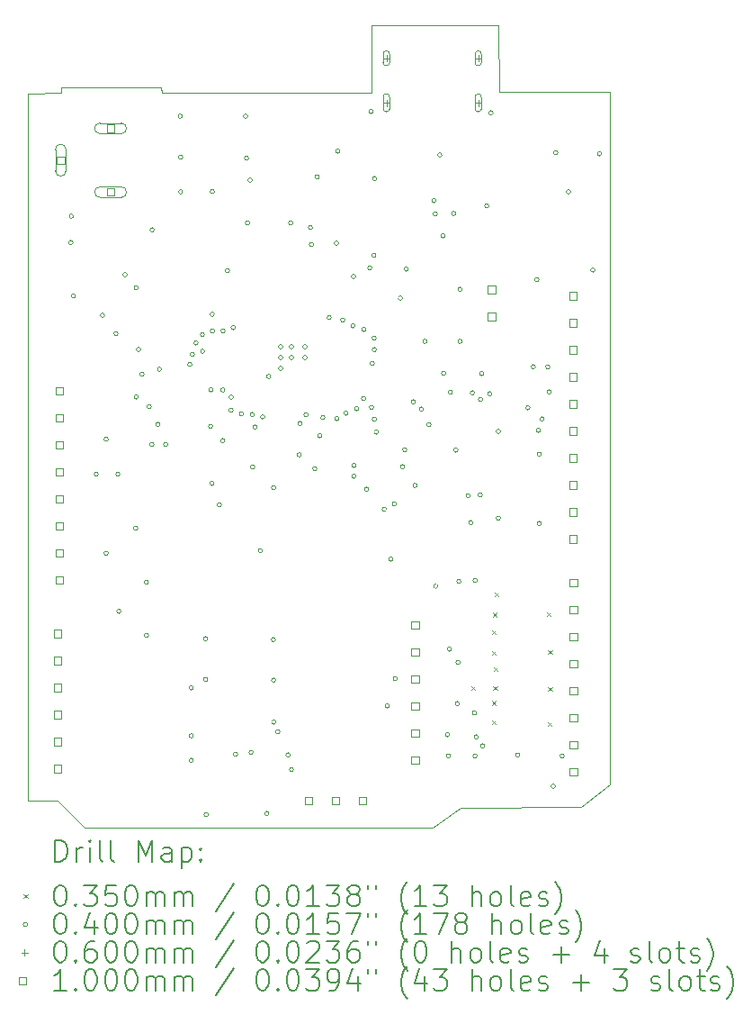
<source format=gbr>
%TF.GenerationSoftware,KiCad,Pcbnew,7.0.10*%
%TF.CreationDate,2024-04-20T18:17:25+05:30*%
%TF.ProjectId,rp2040-basic-m1,72703230-3430-42d6-9261-7369632d6d31,V2.2.5*%
%TF.SameCoordinates,Original*%
%TF.FileFunction,Drillmap*%
%TF.FilePolarity,Positive*%
%FSLAX45Y45*%
G04 Gerber Fmt 4.5, Leading zero omitted, Abs format (unit mm)*
G04 Created by KiCad (PCBNEW 7.0.10) date 2024-04-20 18:17:25*
%MOMM*%
%LPD*%
G01*
G04 APERTURE LIST*
%ADD10C,0.100000*%
%ADD11C,0.200000*%
G04 APERTURE END LIST*
D10*
X8398000Y-2113050D02*
X8401000Y-2164050D01*
X11573000Y-1530050D02*
X11574000Y-2161050D01*
X7454000Y-2168050D02*
X7455000Y-2114050D01*
X7143000Y-8821050D02*
X7144000Y-2171050D01*
X12620000Y-8670000D02*
X12352500Y-8883000D01*
X10949000Y-9075050D02*
X7674000Y-9076050D01*
X7455000Y-2114050D02*
X8398000Y-2113050D01*
X11212500Y-8885000D02*
X10949000Y-9075050D01*
X8401000Y-2164050D02*
X10375000Y-2165050D01*
X10379000Y-1534050D02*
X11573000Y-1530050D01*
X10375000Y-2165050D02*
X10379000Y-1534050D01*
X7419000Y-8823050D02*
X7143000Y-8821050D01*
X7674000Y-9076050D02*
X7419000Y-8823050D01*
X12352500Y-8883000D02*
X11212500Y-8885000D01*
X11574000Y-2161050D02*
X12620000Y-2160000D01*
X12620000Y-2160000D02*
X12620000Y-8670000D01*
X7144000Y-2171050D02*
X7454000Y-2168050D01*
D11*
D10*
X11317500Y-7746500D02*
X11352500Y-7781500D01*
X11352500Y-7746500D02*
X11317500Y-7781500D01*
X11506500Y-8066500D02*
X11541500Y-8101500D01*
X11541500Y-8066500D02*
X11506500Y-8101500D01*
X11510500Y-7217500D02*
X11545500Y-7252500D01*
X11545500Y-7217500D02*
X11510500Y-7252500D01*
X11510500Y-7884500D02*
X11545500Y-7919500D01*
X11545500Y-7884500D02*
X11510500Y-7919500D01*
X11512500Y-7410500D02*
X11547500Y-7445500D01*
X11547500Y-7410500D02*
X11512500Y-7445500D01*
X11516500Y-7054500D02*
X11551500Y-7089500D01*
X11551500Y-7054500D02*
X11516500Y-7089500D01*
X11522500Y-7747500D02*
X11557500Y-7782500D01*
X11557500Y-7747500D02*
X11522500Y-7782500D01*
X11528500Y-7565500D02*
X11563500Y-7600500D01*
X11563500Y-7565500D02*
X11528500Y-7600500D01*
X11532500Y-6864500D02*
X11567500Y-6899500D01*
X11567500Y-6864500D02*
X11532500Y-6899500D01*
X12025500Y-7048500D02*
X12060500Y-7083500D01*
X12060500Y-7048500D02*
X12025500Y-7083500D01*
X12036500Y-8085500D02*
X12071500Y-8120500D01*
X12071500Y-8085500D02*
X12036500Y-8120500D01*
X12038500Y-7404500D02*
X12073500Y-7439500D01*
X12073500Y-7404500D02*
X12038500Y-7439500D01*
X12038500Y-7751500D02*
X12073500Y-7786500D01*
X12073500Y-7751500D02*
X12038500Y-7786500D01*
X7566400Y-3572830D02*
G75*
G03*
X7526400Y-3572830I-20000J0D01*
G01*
X7526400Y-3572830D02*
G75*
G03*
X7566400Y-3572830I20000J0D01*
G01*
X7570000Y-3326050D02*
G75*
G03*
X7530000Y-3326050I-20000J0D01*
G01*
X7530000Y-3326050D02*
G75*
G03*
X7570000Y-3326050I20000J0D01*
G01*
X7590000Y-4076050D02*
G75*
G03*
X7550000Y-4076050I-20000J0D01*
G01*
X7550000Y-4076050D02*
G75*
G03*
X7590000Y-4076050I20000J0D01*
G01*
X7805000Y-5751000D02*
G75*
G03*
X7765000Y-5751000I-20000J0D01*
G01*
X7765000Y-5751000D02*
G75*
G03*
X7805000Y-5751000I20000J0D01*
G01*
X7862940Y-4256680D02*
G75*
G03*
X7822940Y-4256680I-20000J0D01*
G01*
X7822940Y-4256680D02*
G75*
G03*
X7862940Y-4256680I20000J0D01*
G01*
X7898000Y-5423000D02*
G75*
G03*
X7858000Y-5423000I-20000J0D01*
G01*
X7858000Y-5423000D02*
G75*
G03*
X7898000Y-5423000I20000J0D01*
G01*
X7898000Y-6494050D02*
G75*
G03*
X7858000Y-6494050I-20000J0D01*
G01*
X7858000Y-6494050D02*
G75*
G03*
X7898000Y-6494050I20000J0D01*
G01*
X7990600Y-4429650D02*
G75*
G03*
X7950600Y-4429650I-20000J0D01*
G01*
X7950600Y-4429650D02*
G75*
G03*
X7990600Y-4429650I20000J0D01*
G01*
X8008000Y-5751000D02*
G75*
G03*
X7968000Y-5751000I-20000J0D01*
G01*
X7968000Y-5751000D02*
G75*
G03*
X8008000Y-5751000I20000J0D01*
G01*
X8018000Y-7041000D02*
G75*
G03*
X7978000Y-7041000I-20000J0D01*
G01*
X7978000Y-7041000D02*
G75*
G03*
X8018000Y-7041000I20000J0D01*
G01*
X8075000Y-3876050D02*
G75*
G03*
X8035000Y-3876050I-20000J0D01*
G01*
X8035000Y-3876050D02*
G75*
G03*
X8075000Y-3876050I20000J0D01*
G01*
X8176000Y-6257000D02*
G75*
G03*
X8136000Y-6257000I-20000J0D01*
G01*
X8136000Y-6257000D02*
G75*
G03*
X8176000Y-6257000I20000J0D01*
G01*
X8180000Y-5026000D02*
G75*
G03*
X8140000Y-5026000I-20000J0D01*
G01*
X8140000Y-5026000D02*
G75*
G03*
X8180000Y-5026000I20000J0D01*
G01*
X8181000Y-3999000D02*
G75*
G03*
X8141000Y-3999000I-20000J0D01*
G01*
X8141000Y-3999000D02*
G75*
G03*
X8181000Y-3999000I20000J0D01*
G01*
X8203000Y-4578000D02*
G75*
G03*
X8163000Y-4578000I-20000J0D01*
G01*
X8163000Y-4578000D02*
G75*
G03*
X8203000Y-4578000I20000J0D01*
G01*
X8234000Y-4811000D02*
G75*
G03*
X8194000Y-4811000I-20000J0D01*
G01*
X8194000Y-4811000D02*
G75*
G03*
X8234000Y-4811000I20000J0D01*
G01*
X8276000Y-6767000D02*
G75*
G03*
X8236000Y-6767000I-20000J0D01*
G01*
X8236000Y-6767000D02*
G75*
G03*
X8276000Y-6767000I20000J0D01*
G01*
X8277000Y-7267000D02*
G75*
G03*
X8237000Y-7267000I-20000J0D01*
G01*
X8237000Y-7267000D02*
G75*
G03*
X8277000Y-7267000I20000J0D01*
G01*
X8303000Y-5117000D02*
G75*
G03*
X8263000Y-5117000I-20000J0D01*
G01*
X8263000Y-5117000D02*
G75*
G03*
X8303000Y-5117000I20000J0D01*
G01*
X8328000Y-5471000D02*
G75*
G03*
X8288000Y-5471000I-20000J0D01*
G01*
X8288000Y-5471000D02*
G75*
G03*
X8328000Y-5471000I20000J0D01*
G01*
X8331000Y-3453550D02*
G75*
G03*
X8291000Y-3453550I-20000J0D01*
G01*
X8291000Y-3453550D02*
G75*
G03*
X8331000Y-3453550I20000J0D01*
G01*
X8385000Y-5282000D02*
G75*
G03*
X8345000Y-5282000I-20000J0D01*
G01*
X8345000Y-5282000D02*
G75*
G03*
X8385000Y-5282000I20000J0D01*
G01*
X8399500Y-4763878D02*
G75*
G03*
X8359500Y-4763878I-20000J0D01*
G01*
X8359500Y-4763878D02*
G75*
G03*
X8399500Y-4763878I20000J0D01*
G01*
X8458000Y-5473000D02*
G75*
G03*
X8418000Y-5473000I-20000J0D01*
G01*
X8418000Y-5473000D02*
G75*
G03*
X8458000Y-5473000I20000J0D01*
G01*
X8595000Y-2386050D02*
G75*
G03*
X8555000Y-2386050I-20000J0D01*
G01*
X8555000Y-2386050D02*
G75*
G03*
X8595000Y-2386050I20000J0D01*
G01*
X8599000Y-3096000D02*
G75*
G03*
X8559000Y-3096000I-20000J0D01*
G01*
X8559000Y-3096000D02*
G75*
G03*
X8599000Y-3096000I20000J0D01*
G01*
X8600000Y-2771050D02*
G75*
G03*
X8560000Y-2771050I-20000J0D01*
G01*
X8560000Y-2771050D02*
G75*
G03*
X8600000Y-2771050I20000J0D01*
G01*
X8685900Y-4720383D02*
G75*
G03*
X8645900Y-4720383I-20000J0D01*
G01*
X8645900Y-4720383D02*
G75*
G03*
X8685900Y-4720383I20000J0D01*
G01*
X8700000Y-7760000D02*
G75*
G03*
X8660000Y-7760000I-20000J0D01*
G01*
X8660000Y-7760000D02*
G75*
G03*
X8700000Y-7760000I20000J0D01*
G01*
X8700000Y-8210000D02*
G75*
G03*
X8660000Y-8210000I-20000J0D01*
G01*
X8660000Y-8210000D02*
G75*
G03*
X8700000Y-8210000I20000J0D01*
G01*
X8700000Y-8440000D02*
G75*
G03*
X8660000Y-8440000I-20000J0D01*
G01*
X8660000Y-8440000D02*
G75*
G03*
X8700000Y-8440000I20000J0D01*
G01*
X8709691Y-4623314D02*
G75*
G03*
X8669691Y-4623314I-20000J0D01*
G01*
X8669691Y-4623314D02*
G75*
G03*
X8709691Y-4623314I20000J0D01*
G01*
X8743500Y-4517960D02*
G75*
G03*
X8703500Y-4517960I-20000J0D01*
G01*
X8703500Y-4517960D02*
G75*
G03*
X8743500Y-4517960I20000J0D01*
G01*
X8804400Y-4438640D02*
G75*
G03*
X8764400Y-4438640I-20000J0D01*
G01*
X8764400Y-4438640D02*
G75*
G03*
X8804400Y-4438640I20000J0D01*
G01*
X8805900Y-4596040D02*
G75*
G03*
X8765900Y-4596040I-20000J0D01*
G01*
X8765900Y-4596040D02*
G75*
G03*
X8805900Y-4596040I20000J0D01*
G01*
X8834000Y-7297000D02*
G75*
G03*
X8794000Y-7297000I-20000J0D01*
G01*
X8794000Y-7297000D02*
G75*
G03*
X8834000Y-7297000I20000J0D01*
G01*
X8834000Y-7681000D02*
G75*
G03*
X8794000Y-7681000I-20000J0D01*
G01*
X8794000Y-7681000D02*
G75*
G03*
X8834000Y-7681000I20000J0D01*
G01*
X8840000Y-8951000D02*
G75*
G03*
X8800000Y-8951000I-20000J0D01*
G01*
X8800000Y-8951000D02*
G75*
G03*
X8840000Y-8951000I20000J0D01*
G01*
X8881200Y-5300580D02*
G75*
G03*
X8841200Y-5300580I-20000J0D01*
G01*
X8841200Y-5300580D02*
G75*
G03*
X8881200Y-5300580I20000J0D01*
G01*
X8883730Y-4958920D02*
G75*
G03*
X8843730Y-4958920I-20000J0D01*
G01*
X8843730Y-4958920D02*
G75*
G03*
X8883730Y-4958920I20000J0D01*
G01*
X8895000Y-5838250D02*
G75*
G03*
X8855000Y-5838250I-20000J0D01*
G01*
X8855000Y-5838250D02*
G75*
G03*
X8895000Y-5838250I20000J0D01*
G01*
X8895950Y-4247450D02*
G75*
G03*
X8855950Y-4247450I-20000J0D01*
G01*
X8855950Y-4247450D02*
G75*
G03*
X8895950Y-4247450I20000J0D01*
G01*
X8897000Y-3095000D02*
G75*
G03*
X8857000Y-3095000I-20000J0D01*
G01*
X8857000Y-3095000D02*
G75*
G03*
X8897000Y-3095000I20000J0D01*
G01*
X8898300Y-4404550D02*
G75*
G03*
X8858300Y-4404550I-20000J0D01*
G01*
X8858300Y-4404550D02*
G75*
G03*
X8898300Y-4404550I20000J0D01*
G01*
X8964000Y-6039000D02*
G75*
G03*
X8924000Y-6039000I-20000J0D01*
G01*
X8924000Y-6039000D02*
G75*
G03*
X8964000Y-6039000I20000J0D01*
G01*
X8995300Y-4959180D02*
G75*
G03*
X8955300Y-4959180I-20000J0D01*
G01*
X8955300Y-4959180D02*
G75*
G03*
X8995300Y-4959180I20000J0D01*
G01*
X8996000Y-5436050D02*
G75*
G03*
X8956000Y-5436050I-20000J0D01*
G01*
X8956000Y-5436050D02*
G75*
G03*
X8996000Y-5436050I20000J0D01*
G01*
X8998200Y-4402930D02*
G75*
G03*
X8958200Y-4402930I-20000J0D01*
G01*
X8958200Y-4402930D02*
G75*
G03*
X8998200Y-4402930I20000J0D01*
G01*
X9040000Y-3837250D02*
G75*
G03*
X9000000Y-3837250I-20000J0D01*
G01*
X9000000Y-3837250D02*
G75*
G03*
X9040000Y-3837250I20000J0D01*
G01*
X9074000Y-5149050D02*
G75*
G03*
X9034000Y-5149050I-20000J0D01*
G01*
X9034000Y-5149050D02*
G75*
G03*
X9074000Y-5149050I20000J0D01*
G01*
X9075000Y-5026050D02*
G75*
G03*
X9035000Y-5026050I-20000J0D01*
G01*
X9035000Y-5026050D02*
G75*
G03*
X9075000Y-5026050I20000J0D01*
G01*
X9094000Y-4373050D02*
G75*
G03*
X9054000Y-4373050I-20000J0D01*
G01*
X9054000Y-4373050D02*
G75*
G03*
X9094000Y-4373050I20000J0D01*
G01*
X9116000Y-8383550D02*
G75*
G03*
X9076000Y-8383550I-20000J0D01*
G01*
X9076000Y-8383550D02*
G75*
G03*
X9116000Y-8383550I20000J0D01*
G01*
X9172000Y-5183050D02*
G75*
G03*
X9132000Y-5183050I-20000J0D01*
G01*
X9132000Y-5183050D02*
G75*
G03*
X9172000Y-5183050I20000J0D01*
G01*
X9210000Y-2386050D02*
G75*
G03*
X9170000Y-2386050I-20000J0D01*
G01*
X9170000Y-2386050D02*
G75*
G03*
X9210000Y-2386050I20000J0D01*
G01*
X9220000Y-2781050D02*
G75*
G03*
X9180000Y-2781050I-20000J0D01*
G01*
X9180000Y-2781050D02*
G75*
G03*
X9220000Y-2781050I20000J0D01*
G01*
X9229400Y-3387400D02*
G75*
G03*
X9189400Y-3387400I-20000J0D01*
G01*
X9189400Y-3387400D02*
G75*
G03*
X9229400Y-3387400I20000J0D01*
G01*
X9253000Y-2987000D02*
G75*
G03*
X9213000Y-2987000I-20000J0D01*
G01*
X9213000Y-2987000D02*
G75*
G03*
X9253000Y-2987000I20000J0D01*
G01*
X9262000Y-8365000D02*
G75*
G03*
X9222000Y-8365000I-20000J0D01*
G01*
X9222000Y-8365000D02*
G75*
G03*
X9262000Y-8365000I20000J0D01*
G01*
X9271806Y-5189288D02*
G75*
G03*
X9231806Y-5189288I-20000J0D01*
G01*
X9231806Y-5189288D02*
G75*
G03*
X9271806Y-5189288I20000J0D01*
G01*
X9277000Y-5683050D02*
G75*
G03*
X9237000Y-5683050I-20000J0D01*
G01*
X9237000Y-5683050D02*
G75*
G03*
X9277000Y-5683050I20000J0D01*
G01*
X9298000Y-5307050D02*
G75*
G03*
X9258000Y-5307050I-20000J0D01*
G01*
X9258000Y-5307050D02*
G75*
G03*
X9298000Y-5307050I20000J0D01*
G01*
X9298000Y-5307050D02*
G75*
G03*
X9258000Y-5307050I-20000J0D01*
G01*
X9258000Y-5307050D02*
G75*
G03*
X9298000Y-5307050I20000J0D01*
G01*
X9350000Y-6470000D02*
G75*
G03*
X9310000Y-6470000I-20000J0D01*
G01*
X9310000Y-6470000D02*
G75*
G03*
X9350000Y-6470000I20000J0D01*
G01*
X9370906Y-5212010D02*
G75*
G03*
X9330906Y-5212010I-20000J0D01*
G01*
X9330906Y-5212010D02*
G75*
G03*
X9370906Y-5212010I20000J0D01*
G01*
X9411000Y-8941000D02*
G75*
G03*
X9371000Y-8941000I-20000J0D01*
G01*
X9371000Y-8941000D02*
G75*
G03*
X9411000Y-8941000I20000J0D01*
G01*
X9428000Y-4832100D02*
G75*
G03*
X9388000Y-4832100I-20000J0D01*
G01*
X9388000Y-4832100D02*
G75*
G03*
X9428000Y-4832100I20000J0D01*
G01*
X9472000Y-7306000D02*
G75*
G03*
X9432000Y-7306000I-20000J0D01*
G01*
X9432000Y-7306000D02*
G75*
G03*
X9472000Y-7306000I20000J0D01*
G01*
X9474000Y-5879000D02*
G75*
G03*
X9434000Y-5879000I-20000J0D01*
G01*
X9434000Y-5879000D02*
G75*
G03*
X9474000Y-5879000I20000J0D01*
G01*
X9474000Y-7687000D02*
G75*
G03*
X9434000Y-7687000I-20000J0D01*
G01*
X9434000Y-7687000D02*
G75*
G03*
X9474000Y-7687000I20000J0D01*
G01*
X9475000Y-8082000D02*
G75*
G03*
X9435000Y-8082000I-20000J0D01*
G01*
X9435000Y-8082000D02*
G75*
G03*
X9475000Y-8082000I20000J0D01*
G01*
X9513759Y-8174183D02*
G75*
G03*
X9473759Y-8174183I-20000J0D01*
G01*
X9473759Y-8174183D02*
G75*
G03*
X9513759Y-8174183I20000J0D01*
G01*
X9541000Y-4552250D02*
G75*
G03*
X9501000Y-4552250I-20000J0D01*
G01*
X9501000Y-4552250D02*
G75*
G03*
X9541000Y-4552250I20000J0D01*
G01*
X9541000Y-4653850D02*
G75*
G03*
X9501000Y-4653850I-20000J0D01*
G01*
X9501000Y-4653850D02*
G75*
G03*
X9541000Y-4653850I20000J0D01*
G01*
X9541000Y-4755450D02*
G75*
G03*
X9501000Y-4755450I-20000J0D01*
G01*
X9501000Y-4755450D02*
G75*
G03*
X9541000Y-4755450I20000J0D01*
G01*
X9610000Y-8390000D02*
G75*
G03*
X9570000Y-8390000I-20000J0D01*
G01*
X9570000Y-8390000D02*
G75*
G03*
X9610000Y-8390000I20000J0D01*
G01*
X9635800Y-3387400D02*
G75*
G03*
X9595800Y-3387400I-20000J0D01*
G01*
X9595800Y-3387400D02*
G75*
G03*
X9635800Y-3387400I20000J0D01*
G01*
X9641975Y-8528025D02*
G75*
G03*
X9601975Y-8528025I-20000J0D01*
G01*
X9601975Y-8528025D02*
G75*
G03*
X9641975Y-8528025I20000J0D01*
G01*
X9642600Y-4552250D02*
G75*
G03*
X9602600Y-4552250I-20000J0D01*
G01*
X9602600Y-4552250D02*
G75*
G03*
X9642600Y-4552250I20000J0D01*
G01*
X9642600Y-4653850D02*
G75*
G03*
X9602600Y-4653850I-20000J0D01*
G01*
X9602600Y-4653850D02*
G75*
G03*
X9642600Y-4653850I20000J0D01*
G01*
X9715000Y-5569050D02*
G75*
G03*
X9675000Y-5569050I-20000J0D01*
G01*
X9675000Y-5569050D02*
G75*
G03*
X9715000Y-5569050I20000J0D01*
G01*
X9722434Y-5272781D02*
G75*
G03*
X9682434Y-5272781I-20000J0D01*
G01*
X9682434Y-5272781D02*
G75*
G03*
X9722434Y-5272781I20000J0D01*
G01*
X9769600Y-4552250D02*
G75*
G03*
X9729600Y-4552250I-20000J0D01*
G01*
X9729600Y-4552250D02*
G75*
G03*
X9769600Y-4552250I20000J0D01*
G01*
X9769600Y-4653850D02*
G75*
G03*
X9729600Y-4653850I-20000J0D01*
G01*
X9729600Y-4653850D02*
G75*
G03*
X9769600Y-4653850I20000J0D01*
G01*
X9780000Y-5191050D02*
G75*
G03*
X9740000Y-5191050I-20000J0D01*
G01*
X9740000Y-5191050D02*
G75*
G03*
X9780000Y-5191050I20000J0D01*
G01*
X9820400Y-3433050D02*
G75*
G03*
X9780400Y-3433050I-20000J0D01*
G01*
X9780400Y-3433050D02*
G75*
G03*
X9820400Y-3433050I20000J0D01*
G01*
X9830000Y-3590000D02*
G75*
G03*
X9790000Y-3590000I-20000J0D01*
G01*
X9790000Y-3590000D02*
G75*
G03*
X9830000Y-3590000I20000J0D01*
G01*
X9861634Y-5699227D02*
G75*
G03*
X9821634Y-5699227I-20000J0D01*
G01*
X9821634Y-5699227D02*
G75*
G03*
X9861634Y-5699227I20000J0D01*
G01*
X9884000Y-2956000D02*
G75*
G03*
X9844000Y-2956000I-20000J0D01*
G01*
X9844000Y-2956000D02*
G75*
G03*
X9884000Y-2956000I20000J0D01*
G01*
X9910000Y-5390000D02*
G75*
G03*
X9870000Y-5390000I-20000J0D01*
G01*
X9870000Y-5390000D02*
G75*
G03*
X9910000Y-5390000I20000J0D01*
G01*
X9938000Y-5219050D02*
G75*
G03*
X9898000Y-5219050I-20000J0D01*
G01*
X9898000Y-5219050D02*
G75*
G03*
X9938000Y-5219050I20000J0D01*
G01*
X9997200Y-4278790D02*
G75*
G03*
X9957200Y-4278790I-20000J0D01*
G01*
X9957200Y-4278790D02*
G75*
G03*
X9997200Y-4278790I20000J0D01*
G01*
X10066000Y-3580250D02*
G75*
G03*
X10026000Y-3580250I-20000J0D01*
G01*
X10026000Y-3580250D02*
G75*
G03*
X10066000Y-3580250I20000J0D01*
G01*
X10070000Y-5229050D02*
G75*
G03*
X10030000Y-5229050I-20000J0D01*
G01*
X10030000Y-5229050D02*
G75*
G03*
X10070000Y-5229050I20000J0D01*
G01*
X10078000Y-2714000D02*
G75*
G03*
X10038000Y-2714000I-20000J0D01*
G01*
X10038000Y-2714000D02*
G75*
G03*
X10078000Y-2714000I20000J0D01*
G01*
X10125000Y-4301050D02*
G75*
G03*
X10085000Y-4301050I-20000J0D01*
G01*
X10085000Y-4301050D02*
G75*
G03*
X10125000Y-4301050I20000J0D01*
G01*
X10155100Y-5176710D02*
G75*
G03*
X10115100Y-5176710I-20000J0D01*
G01*
X10115100Y-5176710D02*
G75*
G03*
X10155100Y-5176710I20000J0D01*
G01*
X10220500Y-4356460D02*
G75*
G03*
X10180500Y-4356460I-20000J0D01*
G01*
X10180500Y-4356460D02*
G75*
G03*
X10220500Y-4356460I20000J0D01*
G01*
X10226800Y-3891850D02*
G75*
G03*
X10186800Y-3891850I-20000J0D01*
G01*
X10186800Y-3891850D02*
G75*
G03*
X10226800Y-3891850I20000J0D01*
G01*
X10229187Y-5770810D02*
G75*
G03*
X10189187Y-5770810I-20000J0D01*
G01*
X10189187Y-5770810D02*
G75*
G03*
X10229187Y-5770810I20000J0D01*
G01*
X10230000Y-5670000D02*
G75*
G03*
X10190000Y-5670000I-20000J0D01*
G01*
X10190000Y-5670000D02*
G75*
G03*
X10230000Y-5670000I20000J0D01*
G01*
X10256000Y-5136050D02*
G75*
G03*
X10216000Y-5136050I-20000J0D01*
G01*
X10216000Y-5136050D02*
G75*
G03*
X10256000Y-5136050I20000J0D01*
G01*
X10322000Y-5040050D02*
G75*
G03*
X10282000Y-5040050I-20000J0D01*
G01*
X10282000Y-5040050D02*
G75*
G03*
X10322000Y-5040050I20000J0D01*
G01*
X10324000Y-4390050D02*
G75*
G03*
X10284000Y-4390050I-20000J0D01*
G01*
X10284000Y-4390050D02*
G75*
G03*
X10324000Y-4390050I20000J0D01*
G01*
X10350100Y-5891670D02*
G75*
G03*
X10310100Y-5891670I-20000J0D01*
G01*
X10310100Y-5891670D02*
G75*
G03*
X10350100Y-5891670I20000J0D01*
G01*
X10380000Y-3810000D02*
G75*
G03*
X10340000Y-3810000I-20000J0D01*
G01*
X10340000Y-3810000D02*
G75*
G03*
X10380000Y-3810000I20000J0D01*
G01*
X10391000Y-2341050D02*
G75*
G03*
X10351000Y-2341050I-20000J0D01*
G01*
X10351000Y-2341050D02*
G75*
G03*
X10391000Y-2341050I20000J0D01*
G01*
X10396000Y-5122050D02*
G75*
G03*
X10356000Y-5122050I-20000J0D01*
G01*
X10356000Y-5122050D02*
G75*
G03*
X10396000Y-5122050I20000J0D01*
G01*
X10403000Y-4711050D02*
G75*
G03*
X10363000Y-4711050I-20000J0D01*
G01*
X10363000Y-4711050D02*
G75*
G03*
X10403000Y-4711050I20000J0D01*
G01*
X10417500Y-3693550D02*
G75*
G03*
X10377500Y-3693550I-20000J0D01*
G01*
X10377500Y-3693550D02*
G75*
G03*
X10417500Y-3693550I20000J0D01*
G01*
X10421000Y-4471050D02*
G75*
G03*
X10381000Y-4471050I-20000J0D01*
G01*
X10381000Y-4471050D02*
G75*
G03*
X10421000Y-4471050I20000J0D01*
G01*
X10422000Y-4580050D02*
G75*
G03*
X10382000Y-4580050I-20000J0D01*
G01*
X10382000Y-4580050D02*
G75*
G03*
X10422000Y-4580050I20000J0D01*
G01*
X10422200Y-5234980D02*
G75*
G03*
X10382200Y-5234980I-20000J0D01*
G01*
X10382200Y-5234980D02*
G75*
G03*
X10422200Y-5234980I20000J0D01*
G01*
X10423477Y-2971523D02*
G75*
G03*
X10383477Y-2971523I-20000J0D01*
G01*
X10383477Y-2971523D02*
G75*
G03*
X10423477Y-2971523I20000J0D01*
G01*
X10440000Y-5355960D02*
G75*
G03*
X10400000Y-5355960I-20000J0D01*
G01*
X10400000Y-5355960D02*
G75*
G03*
X10440000Y-5355960I20000J0D01*
G01*
X10515400Y-6079690D02*
G75*
G03*
X10475400Y-6079690I-20000J0D01*
G01*
X10475400Y-6079690D02*
G75*
G03*
X10515400Y-6079690I20000J0D01*
G01*
X10543000Y-7929000D02*
G75*
G03*
X10503000Y-7929000I-20000J0D01*
G01*
X10503000Y-7929000D02*
G75*
G03*
X10543000Y-7929000I20000J0D01*
G01*
X10578100Y-6548300D02*
G75*
G03*
X10538100Y-6548300I-20000J0D01*
G01*
X10538100Y-6548300D02*
G75*
G03*
X10578100Y-6548300I20000J0D01*
G01*
X10610600Y-6029490D02*
G75*
G03*
X10570600Y-6029490I-20000J0D01*
G01*
X10570600Y-6029490D02*
G75*
G03*
X10610600Y-6029490I20000J0D01*
G01*
X10620000Y-7673000D02*
G75*
G03*
X10580000Y-7673000I-20000J0D01*
G01*
X10580000Y-7673000D02*
G75*
G03*
X10620000Y-7673000I20000J0D01*
G01*
X10668000Y-4096050D02*
G75*
G03*
X10628000Y-4096050I-20000J0D01*
G01*
X10628000Y-4096050D02*
G75*
G03*
X10668000Y-4096050I20000J0D01*
G01*
X10687500Y-5679430D02*
G75*
G03*
X10647500Y-5679430I-20000J0D01*
G01*
X10647500Y-5679430D02*
G75*
G03*
X10687500Y-5679430I20000J0D01*
G01*
X10708400Y-5521850D02*
G75*
G03*
X10668400Y-5521850I-20000J0D01*
G01*
X10668400Y-5521850D02*
G75*
G03*
X10708400Y-5521850I20000J0D01*
G01*
X10723426Y-3823426D02*
G75*
G03*
X10683426Y-3823426I-20000J0D01*
G01*
X10683426Y-3823426D02*
G75*
G03*
X10723426Y-3823426I20000J0D01*
G01*
X10790457Y-5070268D02*
G75*
G03*
X10750457Y-5070268I-20000J0D01*
G01*
X10750457Y-5070268D02*
G75*
G03*
X10790457Y-5070268I20000J0D01*
G01*
X10805000Y-5857100D02*
G75*
G03*
X10765000Y-5857100I-20000J0D01*
G01*
X10765000Y-5857100D02*
G75*
G03*
X10805000Y-5857100I20000J0D01*
G01*
X10863600Y-5138460D02*
G75*
G03*
X10823600Y-5138460I-20000J0D01*
G01*
X10823600Y-5138460D02*
G75*
G03*
X10863600Y-5138460I20000J0D01*
G01*
X10898000Y-4502000D02*
G75*
G03*
X10858000Y-4502000I-20000J0D01*
G01*
X10858000Y-4502000D02*
G75*
G03*
X10898000Y-4502000I20000J0D01*
G01*
X10936100Y-5283470D02*
G75*
G03*
X10896100Y-5283470I-20000J0D01*
G01*
X10896100Y-5283470D02*
G75*
G03*
X10936100Y-5283470I20000J0D01*
G01*
X10982000Y-3180000D02*
G75*
G03*
X10942000Y-3180000I-20000J0D01*
G01*
X10942000Y-3180000D02*
G75*
G03*
X10982000Y-3180000I20000J0D01*
G01*
X10996000Y-3303000D02*
G75*
G03*
X10956000Y-3303000I-20000J0D01*
G01*
X10956000Y-3303000D02*
G75*
G03*
X10996000Y-3303000I20000J0D01*
G01*
X10998900Y-6804310D02*
G75*
G03*
X10958900Y-6804310I-20000J0D01*
G01*
X10958900Y-6804310D02*
G75*
G03*
X10998900Y-6804310I20000J0D01*
G01*
X11038000Y-2750000D02*
G75*
G03*
X10998000Y-2750000I-20000J0D01*
G01*
X10998000Y-2750000D02*
G75*
G03*
X11038000Y-2750000I20000J0D01*
G01*
X11070000Y-3510000D02*
G75*
G03*
X11030000Y-3510000I-20000J0D01*
G01*
X11030000Y-3510000D02*
G75*
G03*
X11070000Y-3510000I20000J0D01*
G01*
X11075000Y-4803000D02*
G75*
G03*
X11035000Y-4803000I-20000J0D01*
G01*
X11035000Y-4803000D02*
G75*
G03*
X11075000Y-4803000I20000J0D01*
G01*
X11110000Y-8200000D02*
G75*
G03*
X11070000Y-8200000I-20000J0D01*
G01*
X11070000Y-8200000D02*
G75*
G03*
X11110000Y-8200000I20000J0D01*
G01*
X11120000Y-8400000D02*
G75*
G03*
X11080000Y-8400000I-20000J0D01*
G01*
X11080000Y-8400000D02*
G75*
G03*
X11120000Y-8400000I20000J0D01*
G01*
X11129800Y-7395620D02*
G75*
G03*
X11089800Y-7395620I-20000J0D01*
G01*
X11089800Y-7395620D02*
G75*
G03*
X11129800Y-7395620I20000J0D01*
G01*
X11138002Y-4978998D02*
G75*
G03*
X11098002Y-4978998I-20000J0D01*
G01*
X11098002Y-4978998D02*
G75*
G03*
X11138002Y-4978998I20000J0D01*
G01*
X11170000Y-3300000D02*
G75*
G03*
X11130000Y-3300000I-20000J0D01*
G01*
X11130000Y-3300000D02*
G75*
G03*
X11170000Y-3300000I20000J0D01*
G01*
X11190000Y-5525000D02*
G75*
G03*
X11150000Y-5525000I-20000J0D01*
G01*
X11150000Y-5525000D02*
G75*
G03*
X11190000Y-5525000I20000J0D01*
G01*
X11202500Y-7907500D02*
G75*
G03*
X11162500Y-7907500I-20000J0D01*
G01*
X11162500Y-7907500D02*
G75*
G03*
X11202500Y-7907500I20000J0D01*
G01*
X11210000Y-7520000D02*
G75*
G03*
X11170000Y-7520000I-20000J0D01*
G01*
X11170000Y-7520000D02*
G75*
G03*
X11210000Y-7520000I20000J0D01*
G01*
X11217800Y-6759550D02*
G75*
G03*
X11177800Y-6759550I-20000J0D01*
G01*
X11177800Y-6759550D02*
G75*
G03*
X11217800Y-6759550I20000J0D01*
G01*
X11228000Y-4012000D02*
G75*
G03*
X11188000Y-4012000I-20000J0D01*
G01*
X11188000Y-4012000D02*
G75*
G03*
X11228000Y-4012000I20000J0D01*
G01*
X11228000Y-4502000D02*
G75*
G03*
X11188000Y-4502000I-20000J0D01*
G01*
X11188000Y-4502000D02*
G75*
G03*
X11228000Y-4502000I20000J0D01*
G01*
X11305700Y-5952940D02*
G75*
G03*
X11265700Y-5952940I-20000J0D01*
G01*
X11265700Y-5952940D02*
G75*
G03*
X11305700Y-5952940I20000J0D01*
G01*
X11329800Y-6205850D02*
G75*
G03*
X11289800Y-6205850I-20000J0D01*
G01*
X11289800Y-6205850D02*
G75*
G03*
X11329800Y-6205850I20000J0D01*
G01*
X11345000Y-4986050D02*
G75*
G03*
X11305000Y-4986050I-20000J0D01*
G01*
X11305000Y-4986050D02*
G75*
G03*
X11345000Y-4986050I20000J0D01*
G01*
X11365000Y-7995000D02*
G75*
G03*
X11325000Y-7995000I-20000J0D01*
G01*
X11325000Y-7995000D02*
G75*
G03*
X11365000Y-7995000I20000J0D01*
G01*
X11370000Y-6750000D02*
G75*
G03*
X11330000Y-6750000I-20000J0D01*
G01*
X11330000Y-6750000D02*
G75*
G03*
X11370000Y-6750000I20000J0D01*
G01*
X11370030Y-8400000D02*
G75*
G03*
X11330030Y-8400000I-20000J0D01*
G01*
X11330030Y-8400000D02*
G75*
G03*
X11370030Y-8400000I20000J0D01*
G01*
X11380000Y-8220000D02*
G75*
G03*
X11340000Y-8220000I-20000J0D01*
G01*
X11340000Y-8220000D02*
G75*
G03*
X11380000Y-8220000I20000J0D01*
G01*
X11418050Y-5947090D02*
G75*
G03*
X11378050Y-5947090I-20000J0D01*
G01*
X11378050Y-5947090D02*
G75*
G03*
X11418050Y-5947090I20000J0D01*
G01*
X11422800Y-5048876D02*
G75*
G03*
X11382800Y-5048876I-20000J0D01*
G01*
X11382800Y-5048876D02*
G75*
G03*
X11422800Y-5048876I20000J0D01*
G01*
X11432905Y-4804905D02*
G75*
G03*
X11392905Y-4804905I-20000J0D01*
G01*
X11392905Y-4804905D02*
G75*
G03*
X11432905Y-4804905I20000J0D01*
G01*
X11442500Y-8305000D02*
G75*
G03*
X11402500Y-8305000I-20000J0D01*
G01*
X11402500Y-8305000D02*
G75*
G03*
X11442500Y-8305000I20000J0D01*
G01*
X11480000Y-3230000D02*
G75*
G03*
X11440000Y-3230000I-20000J0D01*
G01*
X11440000Y-3230000D02*
G75*
G03*
X11480000Y-3230000I20000J0D01*
G01*
X11507151Y-4995164D02*
G75*
G03*
X11467151Y-4995164I-20000J0D01*
G01*
X11467151Y-4995164D02*
G75*
G03*
X11507151Y-4995164I20000J0D01*
G01*
X11520000Y-2353050D02*
G75*
G03*
X11480000Y-2353050I-20000J0D01*
G01*
X11480000Y-2353050D02*
G75*
G03*
X11520000Y-2353050I20000J0D01*
G01*
X11589600Y-5348170D02*
G75*
G03*
X11549600Y-5348170I-20000J0D01*
G01*
X11549600Y-5348170D02*
G75*
G03*
X11589600Y-5348170I20000J0D01*
G01*
X11589600Y-6163660D02*
G75*
G03*
X11549600Y-6163660I-20000J0D01*
G01*
X11549600Y-6163660D02*
G75*
G03*
X11589600Y-6163660I20000J0D01*
G01*
X11771500Y-8391500D02*
G75*
G03*
X11731500Y-8391500I-20000J0D01*
G01*
X11731500Y-8391500D02*
G75*
G03*
X11771500Y-8391500I20000J0D01*
G01*
X11868130Y-5127220D02*
G75*
G03*
X11828130Y-5127220I-20000J0D01*
G01*
X11828130Y-5127220D02*
G75*
G03*
X11868130Y-5127220I20000J0D01*
G01*
X11919000Y-4741000D02*
G75*
G03*
X11879000Y-4741000I-20000J0D01*
G01*
X11879000Y-4741000D02*
G75*
G03*
X11919000Y-4741000I20000J0D01*
G01*
X11951250Y-3921050D02*
G75*
G03*
X11911250Y-3921050I-20000J0D01*
G01*
X11911250Y-3921050D02*
G75*
G03*
X11951250Y-3921050I20000J0D01*
G01*
X11965560Y-5338920D02*
G75*
G03*
X11925560Y-5338920I-20000J0D01*
G01*
X11925560Y-5338920D02*
G75*
G03*
X11965560Y-5338920I20000J0D01*
G01*
X11974930Y-5563910D02*
G75*
G03*
X11934930Y-5563910I-20000J0D01*
G01*
X11934930Y-5563910D02*
G75*
G03*
X11974930Y-5563910I20000J0D01*
G01*
X11975400Y-6212780D02*
G75*
G03*
X11935400Y-6212780I-20000J0D01*
G01*
X11935400Y-6212780D02*
G75*
G03*
X11975400Y-6212780I20000J0D01*
G01*
X12002340Y-5231200D02*
G75*
G03*
X11962340Y-5231200I-20000J0D01*
G01*
X11962340Y-5231200D02*
G75*
G03*
X12002340Y-5231200I20000J0D01*
G01*
X12055000Y-4743000D02*
G75*
G03*
X12015000Y-4743000I-20000J0D01*
G01*
X12015000Y-4743000D02*
G75*
G03*
X12055000Y-4743000I20000J0D01*
G01*
X12067000Y-4977000D02*
G75*
G03*
X12027000Y-4977000I-20000J0D01*
G01*
X12027000Y-4977000D02*
G75*
G03*
X12067000Y-4977000I20000J0D01*
G01*
X12105000Y-8685000D02*
G75*
G03*
X12065000Y-8685000I-20000J0D01*
G01*
X12065000Y-8685000D02*
G75*
G03*
X12105000Y-8685000I20000J0D01*
G01*
X12130000Y-2730000D02*
G75*
G03*
X12090000Y-2730000I-20000J0D01*
G01*
X12090000Y-2730000D02*
G75*
G03*
X12130000Y-2730000I20000J0D01*
G01*
X12190000Y-8400295D02*
G75*
G03*
X12150000Y-8400295I-20000J0D01*
G01*
X12150000Y-8400295D02*
G75*
G03*
X12190000Y-8400295I20000J0D01*
G01*
X12250000Y-3096050D02*
G75*
G03*
X12210000Y-3096050I-20000J0D01*
G01*
X12210000Y-3096050D02*
G75*
G03*
X12250000Y-3096050I20000J0D01*
G01*
X12478850Y-3831830D02*
G75*
G03*
X12438850Y-3831830I-20000J0D01*
G01*
X12438850Y-3831830D02*
G75*
G03*
X12478850Y-3831830I20000J0D01*
G01*
X12540000Y-2740000D02*
G75*
G03*
X12500000Y-2740000I-20000J0D01*
G01*
X12500000Y-2740000D02*
G75*
G03*
X12540000Y-2740000I20000J0D01*
G01*
X10515500Y-1811050D02*
X10515500Y-1871050D01*
X10485500Y-1841050D02*
X10545500Y-1841050D01*
X10545500Y-1881050D02*
X10545500Y-1801050D01*
X10545500Y-1801050D02*
G75*
G03*
X10485500Y-1801050I-30000J0D01*
G01*
X10485500Y-1801050D02*
X10485500Y-1881050D01*
X10485500Y-1881050D02*
G75*
G03*
X10545500Y-1881050I30000J0D01*
G01*
X10515500Y-2231050D02*
X10515500Y-2291050D01*
X10485500Y-2261050D02*
X10545500Y-2261050D01*
X10545500Y-2316050D02*
X10545500Y-2206050D01*
X10545500Y-2206050D02*
G75*
G03*
X10485500Y-2206050I-30000J0D01*
G01*
X10485500Y-2206050D02*
X10485500Y-2316050D01*
X10485500Y-2316050D02*
G75*
G03*
X10545500Y-2316050I30000J0D01*
G01*
X11379500Y-1811050D02*
X11379500Y-1871050D01*
X11349500Y-1841050D02*
X11409500Y-1841050D01*
X11409500Y-1881050D02*
X11409500Y-1801050D01*
X11409500Y-1801050D02*
G75*
G03*
X11349500Y-1801050I-30000J0D01*
G01*
X11349500Y-1801050D02*
X11349500Y-1881050D01*
X11349500Y-1881050D02*
G75*
G03*
X11409500Y-1881050I30000J0D01*
G01*
X11379500Y-2231050D02*
X11379500Y-2291050D01*
X11349500Y-2261050D02*
X11409500Y-2261050D01*
X11409500Y-2316050D02*
X11409500Y-2206050D01*
X11409500Y-2206050D02*
G75*
G03*
X11349500Y-2206050I-30000J0D01*
G01*
X11349500Y-2206050D02*
X11349500Y-2316050D01*
X11349500Y-2316050D02*
G75*
G03*
X11409500Y-2316050I30000J0D01*
G01*
X7455356Y-7285356D02*
X7455356Y-7214644D01*
X7384644Y-7214644D01*
X7384644Y-7285356D01*
X7455356Y-7285356D01*
X7455356Y-7539356D02*
X7455356Y-7468644D01*
X7384644Y-7468644D01*
X7384644Y-7539356D01*
X7455356Y-7539356D01*
X7455356Y-7793356D02*
X7455356Y-7722644D01*
X7384644Y-7722644D01*
X7384644Y-7793356D01*
X7455356Y-7793356D01*
X7455356Y-8047356D02*
X7455356Y-7976644D01*
X7384644Y-7976644D01*
X7384644Y-8047356D01*
X7455356Y-8047356D01*
X7455356Y-8301356D02*
X7455356Y-8230644D01*
X7384644Y-8230644D01*
X7384644Y-8301356D01*
X7455356Y-8301356D01*
X7455356Y-8555356D02*
X7455356Y-8484644D01*
X7384644Y-8484644D01*
X7384644Y-8555356D01*
X7455356Y-8555356D01*
X7475356Y-5004406D02*
X7475356Y-4933694D01*
X7404644Y-4933694D01*
X7404644Y-5004406D01*
X7475356Y-5004406D01*
X7475356Y-5258406D02*
X7475356Y-5187694D01*
X7404644Y-5187694D01*
X7404644Y-5258406D01*
X7475356Y-5258406D01*
X7475356Y-5512406D02*
X7475356Y-5441694D01*
X7404644Y-5441694D01*
X7404644Y-5512406D01*
X7475356Y-5512406D01*
X7475356Y-5766406D02*
X7475356Y-5695694D01*
X7404644Y-5695694D01*
X7404644Y-5766406D01*
X7475356Y-5766406D01*
X7475356Y-6020406D02*
X7475356Y-5949694D01*
X7404644Y-5949694D01*
X7404644Y-6020406D01*
X7475356Y-6020406D01*
X7475356Y-6274406D02*
X7475356Y-6203694D01*
X7404644Y-6203694D01*
X7404644Y-6274406D01*
X7475356Y-6274406D01*
X7475356Y-6528406D02*
X7475356Y-6457694D01*
X7404644Y-6457694D01*
X7404644Y-6528406D01*
X7475356Y-6528406D01*
X7475356Y-6782406D02*
X7475356Y-6711694D01*
X7404644Y-6711694D01*
X7404644Y-6782406D01*
X7475356Y-6782406D01*
X7485156Y-2834606D02*
X7485156Y-2763894D01*
X7414444Y-2763894D01*
X7414444Y-2834606D01*
X7485156Y-2834606D01*
X7399800Y-2699250D02*
X7399800Y-2899250D01*
X7399800Y-2899250D02*
G75*
G03*
X7499800Y-2899250I50000J0D01*
G01*
X7499800Y-2899250D02*
X7499800Y-2699250D01*
X7499800Y-2699250D02*
G75*
G03*
X7399800Y-2699250I-50000J0D01*
G01*
X7955156Y-2534606D02*
X7955156Y-2463894D01*
X7884444Y-2463894D01*
X7884444Y-2534606D01*
X7955156Y-2534606D01*
X8019800Y-2449250D02*
X7819800Y-2449250D01*
X7819800Y-2449250D02*
G75*
G03*
X7819800Y-2549250I0J-50000D01*
G01*
X7819800Y-2549250D02*
X8019800Y-2549250D01*
X8019800Y-2549250D02*
G75*
G03*
X8019800Y-2449250I0J50000D01*
G01*
X7955156Y-3134606D02*
X7955156Y-3063894D01*
X7884444Y-3063894D01*
X7884444Y-3134606D01*
X7955156Y-3134606D01*
X8019800Y-3049250D02*
X7819800Y-3049250D01*
X7819800Y-3049250D02*
G75*
G03*
X7819800Y-3149250I0J-50000D01*
G01*
X7819800Y-3149250D02*
X8019800Y-3149250D01*
X8019800Y-3149250D02*
G75*
G03*
X8019800Y-3049250I0J50000D01*
G01*
X9817356Y-8855356D02*
X9817356Y-8784644D01*
X9746644Y-8784644D01*
X9746644Y-8855356D01*
X9817356Y-8855356D01*
X10071356Y-8855356D02*
X10071356Y-8784644D01*
X10000644Y-8784644D01*
X10000644Y-8855356D01*
X10071356Y-8855356D01*
X10325356Y-8855356D02*
X10325356Y-8784644D01*
X10254644Y-8784644D01*
X10254644Y-8855356D01*
X10325356Y-8855356D01*
X10820356Y-7203406D02*
X10820356Y-7132694D01*
X10749644Y-7132694D01*
X10749644Y-7203406D01*
X10820356Y-7203406D01*
X10820356Y-7457406D02*
X10820356Y-7386694D01*
X10749644Y-7386694D01*
X10749644Y-7457406D01*
X10820356Y-7457406D01*
X10820356Y-7711406D02*
X10820356Y-7640694D01*
X10749644Y-7640694D01*
X10749644Y-7711406D01*
X10820356Y-7711406D01*
X10820356Y-7965406D02*
X10820356Y-7894694D01*
X10749644Y-7894694D01*
X10749644Y-7965406D01*
X10820356Y-7965406D01*
X10820356Y-8219406D02*
X10820356Y-8148694D01*
X10749644Y-8148694D01*
X10749644Y-8219406D01*
X10820356Y-8219406D01*
X10820356Y-8473406D02*
X10820356Y-8402694D01*
X10749644Y-8402694D01*
X10749644Y-8473406D01*
X10820356Y-8473406D01*
X11542356Y-4049856D02*
X11542356Y-3979144D01*
X11471644Y-3979144D01*
X11471644Y-4049856D01*
X11542356Y-4049856D01*
X11542356Y-4303856D02*
X11542356Y-4233144D01*
X11471644Y-4233144D01*
X11471644Y-4303856D01*
X11542356Y-4303856D01*
X12307356Y-4111406D02*
X12307356Y-4040694D01*
X12236644Y-4040694D01*
X12236644Y-4111406D01*
X12307356Y-4111406D01*
X12307356Y-4365406D02*
X12307356Y-4294694D01*
X12236644Y-4294694D01*
X12236644Y-4365406D01*
X12307356Y-4365406D01*
X12307356Y-4619406D02*
X12307356Y-4548694D01*
X12236644Y-4548694D01*
X12236644Y-4619406D01*
X12307356Y-4619406D01*
X12307356Y-4873406D02*
X12307356Y-4802694D01*
X12236644Y-4802694D01*
X12236644Y-4873406D01*
X12307356Y-4873406D01*
X12307356Y-5127406D02*
X12307356Y-5056694D01*
X12236644Y-5056694D01*
X12236644Y-5127406D01*
X12307356Y-5127406D01*
X12307356Y-5381406D02*
X12307356Y-5310694D01*
X12236644Y-5310694D01*
X12236644Y-5381406D01*
X12307356Y-5381406D01*
X12307356Y-5635406D02*
X12307356Y-5564694D01*
X12236644Y-5564694D01*
X12236644Y-5635406D01*
X12307356Y-5635406D01*
X12307356Y-5889406D02*
X12307356Y-5818694D01*
X12236644Y-5818694D01*
X12236644Y-5889406D01*
X12307356Y-5889406D01*
X12307356Y-6143406D02*
X12307356Y-6072694D01*
X12236644Y-6072694D01*
X12236644Y-6143406D01*
X12307356Y-6143406D01*
X12307356Y-6397406D02*
X12307356Y-6326694D01*
X12236644Y-6326694D01*
X12236644Y-6397406D01*
X12307356Y-6397406D01*
X12312856Y-6805356D02*
X12312856Y-6734644D01*
X12242144Y-6734644D01*
X12242144Y-6805356D01*
X12312856Y-6805356D01*
X12312856Y-7059356D02*
X12312856Y-6988644D01*
X12242144Y-6988644D01*
X12242144Y-7059356D01*
X12312856Y-7059356D01*
X12312856Y-7313356D02*
X12312856Y-7242644D01*
X12242144Y-7242644D01*
X12242144Y-7313356D01*
X12312856Y-7313356D01*
X12312856Y-7567356D02*
X12312856Y-7496644D01*
X12242144Y-7496644D01*
X12242144Y-7567356D01*
X12312856Y-7567356D01*
X12312856Y-7821356D02*
X12312856Y-7750644D01*
X12242144Y-7750644D01*
X12242144Y-7821356D01*
X12312856Y-7821356D01*
X12312856Y-8075356D02*
X12312856Y-8004644D01*
X12242144Y-8004644D01*
X12242144Y-8075356D01*
X12312856Y-8075356D01*
X12312856Y-8329356D02*
X12312856Y-8258644D01*
X12242144Y-8258644D01*
X12242144Y-8329356D01*
X12312856Y-8329356D01*
X12312856Y-8583356D02*
X12312856Y-8512644D01*
X12242144Y-8512644D01*
X12242144Y-8583356D01*
X12312856Y-8583356D01*
D11*
X7398777Y-9392534D02*
X7398777Y-9192534D01*
X7398777Y-9192534D02*
X7446396Y-9192534D01*
X7446396Y-9192534D02*
X7474967Y-9202058D01*
X7474967Y-9202058D02*
X7494015Y-9221105D01*
X7494015Y-9221105D02*
X7503539Y-9240153D01*
X7503539Y-9240153D02*
X7513062Y-9278248D01*
X7513062Y-9278248D02*
X7513062Y-9306820D01*
X7513062Y-9306820D02*
X7503539Y-9344915D01*
X7503539Y-9344915D02*
X7494015Y-9363962D01*
X7494015Y-9363962D02*
X7474967Y-9383010D01*
X7474967Y-9383010D02*
X7446396Y-9392534D01*
X7446396Y-9392534D02*
X7398777Y-9392534D01*
X7598777Y-9392534D02*
X7598777Y-9259200D01*
X7598777Y-9297296D02*
X7608301Y-9278248D01*
X7608301Y-9278248D02*
X7617824Y-9268724D01*
X7617824Y-9268724D02*
X7636872Y-9259200D01*
X7636872Y-9259200D02*
X7655920Y-9259200D01*
X7722586Y-9392534D02*
X7722586Y-9259200D01*
X7722586Y-9192534D02*
X7713062Y-9202058D01*
X7713062Y-9202058D02*
X7722586Y-9211581D01*
X7722586Y-9211581D02*
X7732110Y-9202058D01*
X7732110Y-9202058D02*
X7722586Y-9192534D01*
X7722586Y-9192534D02*
X7722586Y-9211581D01*
X7846396Y-9392534D02*
X7827348Y-9383010D01*
X7827348Y-9383010D02*
X7817824Y-9363962D01*
X7817824Y-9363962D02*
X7817824Y-9192534D01*
X7951158Y-9392534D02*
X7932110Y-9383010D01*
X7932110Y-9383010D02*
X7922586Y-9363962D01*
X7922586Y-9363962D02*
X7922586Y-9192534D01*
X8179729Y-9392534D02*
X8179729Y-9192534D01*
X8179729Y-9192534D02*
X8246396Y-9335391D01*
X8246396Y-9335391D02*
X8313062Y-9192534D01*
X8313062Y-9192534D02*
X8313062Y-9392534D01*
X8494015Y-9392534D02*
X8494015Y-9287772D01*
X8494015Y-9287772D02*
X8484491Y-9268724D01*
X8484491Y-9268724D02*
X8465444Y-9259200D01*
X8465444Y-9259200D02*
X8427348Y-9259200D01*
X8427348Y-9259200D02*
X8408301Y-9268724D01*
X8494015Y-9383010D02*
X8474967Y-9392534D01*
X8474967Y-9392534D02*
X8427348Y-9392534D01*
X8427348Y-9392534D02*
X8408301Y-9383010D01*
X8408301Y-9383010D02*
X8398777Y-9363962D01*
X8398777Y-9363962D02*
X8398777Y-9344915D01*
X8398777Y-9344915D02*
X8408301Y-9325867D01*
X8408301Y-9325867D02*
X8427348Y-9316343D01*
X8427348Y-9316343D02*
X8474967Y-9316343D01*
X8474967Y-9316343D02*
X8494015Y-9306820D01*
X8589253Y-9259200D02*
X8589253Y-9459200D01*
X8589253Y-9268724D02*
X8608301Y-9259200D01*
X8608301Y-9259200D02*
X8646396Y-9259200D01*
X8646396Y-9259200D02*
X8665444Y-9268724D01*
X8665444Y-9268724D02*
X8674967Y-9278248D01*
X8674967Y-9278248D02*
X8684491Y-9297296D01*
X8684491Y-9297296D02*
X8684491Y-9354439D01*
X8684491Y-9354439D02*
X8674967Y-9373486D01*
X8674967Y-9373486D02*
X8665444Y-9383010D01*
X8665444Y-9383010D02*
X8646396Y-9392534D01*
X8646396Y-9392534D02*
X8608301Y-9392534D01*
X8608301Y-9392534D02*
X8589253Y-9383010D01*
X8770205Y-9373486D02*
X8779729Y-9383010D01*
X8779729Y-9383010D02*
X8770205Y-9392534D01*
X8770205Y-9392534D02*
X8760682Y-9383010D01*
X8760682Y-9383010D02*
X8770205Y-9373486D01*
X8770205Y-9373486D02*
X8770205Y-9392534D01*
X8770205Y-9268724D02*
X8779729Y-9278248D01*
X8779729Y-9278248D02*
X8770205Y-9287772D01*
X8770205Y-9287772D02*
X8760682Y-9278248D01*
X8760682Y-9278248D02*
X8770205Y-9268724D01*
X8770205Y-9268724D02*
X8770205Y-9287772D01*
D10*
X7103000Y-9703550D02*
X7138000Y-9738550D01*
X7138000Y-9703550D02*
X7103000Y-9738550D01*
D11*
X7436872Y-9612534D02*
X7455920Y-9612534D01*
X7455920Y-9612534D02*
X7474967Y-9622058D01*
X7474967Y-9622058D02*
X7484491Y-9631581D01*
X7484491Y-9631581D02*
X7494015Y-9650629D01*
X7494015Y-9650629D02*
X7503539Y-9688724D01*
X7503539Y-9688724D02*
X7503539Y-9736343D01*
X7503539Y-9736343D02*
X7494015Y-9774439D01*
X7494015Y-9774439D02*
X7484491Y-9793486D01*
X7484491Y-9793486D02*
X7474967Y-9803010D01*
X7474967Y-9803010D02*
X7455920Y-9812534D01*
X7455920Y-9812534D02*
X7436872Y-9812534D01*
X7436872Y-9812534D02*
X7417824Y-9803010D01*
X7417824Y-9803010D02*
X7408301Y-9793486D01*
X7408301Y-9793486D02*
X7398777Y-9774439D01*
X7398777Y-9774439D02*
X7389253Y-9736343D01*
X7389253Y-9736343D02*
X7389253Y-9688724D01*
X7389253Y-9688724D02*
X7398777Y-9650629D01*
X7398777Y-9650629D02*
X7408301Y-9631581D01*
X7408301Y-9631581D02*
X7417824Y-9622058D01*
X7417824Y-9622058D02*
X7436872Y-9612534D01*
X7589253Y-9793486D02*
X7598777Y-9803010D01*
X7598777Y-9803010D02*
X7589253Y-9812534D01*
X7589253Y-9812534D02*
X7579729Y-9803010D01*
X7579729Y-9803010D02*
X7589253Y-9793486D01*
X7589253Y-9793486D02*
X7589253Y-9812534D01*
X7665443Y-9612534D02*
X7789253Y-9612534D01*
X7789253Y-9612534D02*
X7722586Y-9688724D01*
X7722586Y-9688724D02*
X7751158Y-9688724D01*
X7751158Y-9688724D02*
X7770205Y-9698248D01*
X7770205Y-9698248D02*
X7779729Y-9707772D01*
X7779729Y-9707772D02*
X7789253Y-9726820D01*
X7789253Y-9726820D02*
X7789253Y-9774439D01*
X7789253Y-9774439D02*
X7779729Y-9793486D01*
X7779729Y-9793486D02*
X7770205Y-9803010D01*
X7770205Y-9803010D02*
X7751158Y-9812534D01*
X7751158Y-9812534D02*
X7694015Y-9812534D01*
X7694015Y-9812534D02*
X7674967Y-9803010D01*
X7674967Y-9803010D02*
X7665443Y-9793486D01*
X7970205Y-9612534D02*
X7874967Y-9612534D01*
X7874967Y-9612534D02*
X7865443Y-9707772D01*
X7865443Y-9707772D02*
X7874967Y-9698248D01*
X7874967Y-9698248D02*
X7894015Y-9688724D01*
X7894015Y-9688724D02*
X7941634Y-9688724D01*
X7941634Y-9688724D02*
X7960682Y-9698248D01*
X7960682Y-9698248D02*
X7970205Y-9707772D01*
X7970205Y-9707772D02*
X7979729Y-9726820D01*
X7979729Y-9726820D02*
X7979729Y-9774439D01*
X7979729Y-9774439D02*
X7970205Y-9793486D01*
X7970205Y-9793486D02*
X7960682Y-9803010D01*
X7960682Y-9803010D02*
X7941634Y-9812534D01*
X7941634Y-9812534D02*
X7894015Y-9812534D01*
X7894015Y-9812534D02*
X7874967Y-9803010D01*
X7874967Y-9803010D02*
X7865443Y-9793486D01*
X8103539Y-9612534D02*
X8122586Y-9612534D01*
X8122586Y-9612534D02*
X8141634Y-9622058D01*
X8141634Y-9622058D02*
X8151158Y-9631581D01*
X8151158Y-9631581D02*
X8160682Y-9650629D01*
X8160682Y-9650629D02*
X8170205Y-9688724D01*
X8170205Y-9688724D02*
X8170205Y-9736343D01*
X8170205Y-9736343D02*
X8160682Y-9774439D01*
X8160682Y-9774439D02*
X8151158Y-9793486D01*
X8151158Y-9793486D02*
X8141634Y-9803010D01*
X8141634Y-9803010D02*
X8122586Y-9812534D01*
X8122586Y-9812534D02*
X8103539Y-9812534D01*
X8103539Y-9812534D02*
X8084491Y-9803010D01*
X8084491Y-9803010D02*
X8074967Y-9793486D01*
X8074967Y-9793486D02*
X8065443Y-9774439D01*
X8065443Y-9774439D02*
X8055920Y-9736343D01*
X8055920Y-9736343D02*
X8055920Y-9688724D01*
X8055920Y-9688724D02*
X8065443Y-9650629D01*
X8065443Y-9650629D02*
X8074967Y-9631581D01*
X8074967Y-9631581D02*
X8084491Y-9622058D01*
X8084491Y-9622058D02*
X8103539Y-9612534D01*
X8255920Y-9812534D02*
X8255920Y-9679200D01*
X8255920Y-9698248D02*
X8265443Y-9688724D01*
X8265443Y-9688724D02*
X8284491Y-9679200D01*
X8284491Y-9679200D02*
X8313063Y-9679200D01*
X8313063Y-9679200D02*
X8332110Y-9688724D01*
X8332110Y-9688724D02*
X8341634Y-9707772D01*
X8341634Y-9707772D02*
X8341634Y-9812534D01*
X8341634Y-9707772D02*
X8351158Y-9688724D01*
X8351158Y-9688724D02*
X8370205Y-9679200D01*
X8370205Y-9679200D02*
X8398777Y-9679200D01*
X8398777Y-9679200D02*
X8417825Y-9688724D01*
X8417825Y-9688724D02*
X8427348Y-9707772D01*
X8427348Y-9707772D02*
X8427348Y-9812534D01*
X8522586Y-9812534D02*
X8522586Y-9679200D01*
X8522586Y-9698248D02*
X8532110Y-9688724D01*
X8532110Y-9688724D02*
X8551158Y-9679200D01*
X8551158Y-9679200D02*
X8579729Y-9679200D01*
X8579729Y-9679200D02*
X8598777Y-9688724D01*
X8598777Y-9688724D02*
X8608301Y-9707772D01*
X8608301Y-9707772D02*
X8608301Y-9812534D01*
X8608301Y-9707772D02*
X8617825Y-9688724D01*
X8617825Y-9688724D02*
X8636872Y-9679200D01*
X8636872Y-9679200D02*
X8665444Y-9679200D01*
X8665444Y-9679200D02*
X8684491Y-9688724D01*
X8684491Y-9688724D02*
X8694015Y-9707772D01*
X8694015Y-9707772D02*
X8694015Y-9812534D01*
X9084491Y-9603010D02*
X8913063Y-9860153D01*
X9341634Y-9612534D02*
X9360682Y-9612534D01*
X9360682Y-9612534D02*
X9379729Y-9622058D01*
X9379729Y-9622058D02*
X9389253Y-9631581D01*
X9389253Y-9631581D02*
X9398777Y-9650629D01*
X9398777Y-9650629D02*
X9408301Y-9688724D01*
X9408301Y-9688724D02*
X9408301Y-9736343D01*
X9408301Y-9736343D02*
X9398777Y-9774439D01*
X9398777Y-9774439D02*
X9389253Y-9793486D01*
X9389253Y-9793486D02*
X9379729Y-9803010D01*
X9379729Y-9803010D02*
X9360682Y-9812534D01*
X9360682Y-9812534D02*
X9341634Y-9812534D01*
X9341634Y-9812534D02*
X9322587Y-9803010D01*
X9322587Y-9803010D02*
X9313063Y-9793486D01*
X9313063Y-9793486D02*
X9303539Y-9774439D01*
X9303539Y-9774439D02*
X9294015Y-9736343D01*
X9294015Y-9736343D02*
X9294015Y-9688724D01*
X9294015Y-9688724D02*
X9303539Y-9650629D01*
X9303539Y-9650629D02*
X9313063Y-9631581D01*
X9313063Y-9631581D02*
X9322587Y-9622058D01*
X9322587Y-9622058D02*
X9341634Y-9612534D01*
X9494015Y-9793486D02*
X9503539Y-9803010D01*
X9503539Y-9803010D02*
X9494015Y-9812534D01*
X9494015Y-9812534D02*
X9484491Y-9803010D01*
X9484491Y-9803010D02*
X9494015Y-9793486D01*
X9494015Y-9793486D02*
X9494015Y-9812534D01*
X9627348Y-9612534D02*
X9646396Y-9612534D01*
X9646396Y-9612534D02*
X9665444Y-9622058D01*
X9665444Y-9622058D02*
X9674968Y-9631581D01*
X9674968Y-9631581D02*
X9684491Y-9650629D01*
X9684491Y-9650629D02*
X9694015Y-9688724D01*
X9694015Y-9688724D02*
X9694015Y-9736343D01*
X9694015Y-9736343D02*
X9684491Y-9774439D01*
X9684491Y-9774439D02*
X9674968Y-9793486D01*
X9674968Y-9793486D02*
X9665444Y-9803010D01*
X9665444Y-9803010D02*
X9646396Y-9812534D01*
X9646396Y-9812534D02*
X9627348Y-9812534D01*
X9627348Y-9812534D02*
X9608301Y-9803010D01*
X9608301Y-9803010D02*
X9598777Y-9793486D01*
X9598777Y-9793486D02*
X9589253Y-9774439D01*
X9589253Y-9774439D02*
X9579729Y-9736343D01*
X9579729Y-9736343D02*
X9579729Y-9688724D01*
X9579729Y-9688724D02*
X9589253Y-9650629D01*
X9589253Y-9650629D02*
X9598777Y-9631581D01*
X9598777Y-9631581D02*
X9608301Y-9622058D01*
X9608301Y-9622058D02*
X9627348Y-9612534D01*
X9884491Y-9812534D02*
X9770206Y-9812534D01*
X9827348Y-9812534D02*
X9827348Y-9612534D01*
X9827348Y-9612534D02*
X9808301Y-9641105D01*
X9808301Y-9641105D02*
X9789253Y-9660153D01*
X9789253Y-9660153D02*
X9770206Y-9669677D01*
X9951158Y-9612534D02*
X10074968Y-9612534D01*
X10074968Y-9612534D02*
X10008301Y-9688724D01*
X10008301Y-9688724D02*
X10036872Y-9688724D01*
X10036872Y-9688724D02*
X10055920Y-9698248D01*
X10055920Y-9698248D02*
X10065444Y-9707772D01*
X10065444Y-9707772D02*
X10074968Y-9726820D01*
X10074968Y-9726820D02*
X10074968Y-9774439D01*
X10074968Y-9774439D02*
X10065444Y-9793486D01*
X10065444Y-9793486D02*
X10055920Y-9803010D01*
X10055920Y-9803010D02*
X10036872Y-9812534D01*
X10036872Y-9812534D02*
X9979729Y-9812534D01*
X9979729Y-9812534D02*
X9960682Y-9803010D01*
X9960682Y-9803010D02*
X9951158Y-9793486D01*
X10189253Y-9698248D02*
X10170206Y-9688724D01*
X10170206Y-9688724D02*
X10160682Y-9679200D01*
X10160682Y-9679200D02*
X10151158Y-9660153D01*
X10151158Y-9660153D02*
X10151158Y-9650629D01*
X10151158Y-9650629D02*
X10160682Y-9631581D01*
X10160682Y-9631581D02*
X10170206Y-9622058D01*
X10170206Y-9622058D02*
X10189253Y-9612534D01*
X10189253Y-9612534D02*
X10227349Y-9612534D01*
X10227349Y-9612534D02*
X10246396Y-9622058D01*
X10246396Y-9622058D02*
X10255920Y-9631581D01*
X10255920Y-9631581D02*
X10265444Y-9650629D01*
X10265444Y-9650629D02*
X10265444Y-9660153D01*
X10265444Y-9660153D02*
X10255920Y-9679200D01*
X10255920Y-9679200D02*
X10246396Y-9688724D01*
X10246396Y-9688724D02*
X10227349Y-9698248D01*
X10227349Y-9698248D02*
X10189253Y-9698248D01*
X10189253Y-9698248D02*
X10170206Y-9707772D01*
X10170206Y-9707772D02*
X10160682Y-9717296D01*
X10160682Y-9717296D02*
X10151158Y-9736343D01*
X10151158Y-9736343D02*
X10151158Y-9774439D01*
X10151158Y-9774439D02*
X10160682Y-9793486D01*
X10160682Y-9793486D02*
X10170206Y-9803010D01*
X10170206Y-9803010D02*
X10189253Y-9812534D01*
X10189253Y-9812534D02*
X10227349Y-9812534D01*
X10227349Y-9812534D02*
X10246396Y-9803010D01*
X10246396Y-9803010D02*
X10255920Y-9793486D01*
X10255920Y-9793486D02*
X10265444Y-9774439D01*
X10265444Y-9774439D02*
X10265444Y-9736343D01*
X10265444Y-9736343D02*
X10255920Y-9717296D01*
X10255920Y-9717296D02*
X10246396Y-9707772D01*
X10246396Y-9707772D02*
X10227349Y-9698248D01*
X10341634Y-9612534D02*
X10341634Y-9650629D01*
X10417825Y-9612534D02*
X10417825Y-9650629D01*
X10713063Y-9888724D02*
X10703539Y-9879200D01*
X10703539Y-9879200D02*
X10684491Y-9850629D01*
X10684491Y-9850629D02*
X10674968Y-9831581D01*
X10674968Y-9831581D02*
X10665444Y-9803010D01*
X10665444Y-9803010D02*
X10655920Y-9755391D01*
X10655920Y-9755391D02*
X10655920Y-9717296D01*
X10655920Y-9717296D02*
X10665444Y-9669677D01*
X10665444Y-9669677D02*
X10674968Y-9641105D01*
X10674968Y-9641105D02*
X10684491Y-9622058D01*
X10684491Y-9622058D02*
X10703539Y-9593486D01*
X10703539Y-9593486D02*
X10713063Y-9583962D01*
X10894015Y-9812534D02*
X10779730Y-9812534D01*
X10836872Y-9812534D02*
X10836872Y-9612534D01*
X10836872Y-9612534D02*
X10817825Y-9641105D01*
X10817825Y-9641105D02*
X10798777Y-9660153D01*
X10798777Y-9660153D02*
X10779730Y-9669677D01*
X10960682Y-9612534D02*
X11084491Y-9612534D01*
X11084491Y-9612534D02*
X11017825Y-9688724D01*
X11017825Y-9688724D02*
X11046396Y-9688724D01*
X11046396Y-9688724D02*
X11065444Y-9698248D01*
X11065444Y-9698248D02*
X11074968Y-9707772D01*
X11074968Y-9707772D02*
X11084491Y-9726820D01*
X11084491Y-9726820D02*
X11084491Y-9774439D01*
X11084491Y-9774439D02*
X11074968Y-9793486D01*
X11074968Y-9793486D02*
X11065444Y-9803010D01*
X11065444Y-9803010D02*
X11046396Y-9812534D01*
X11046396Y-9812534D02*
X10989253Y-9812534D01*
X10989253Y-9812534D02*
X10970206Y-9803010D01*
X10970206Y-9803010D02*
X10960682Y-9793486D01*
X11322587Y-9812534D02*
X11322587Y-9612534D01*
X11408301Y-9812534D02*
X11408301Y-9707772D01*
X11408301Y-9707772D02*
X11398777Y-9688724D01*
X11398777Y-9688724D02*
X11379730Y-9679200D01*
X11379730Y-9679200D02*
X11351158Y-9679200D01*
X11351158Y-9679200D02*
X11332110Y-9688724D01*
X11332110Y-9688724D02*
X11322587Y-9698248D01*
X11532110Y-9812534D02*
X11513063Y-9803010D01*
X11513063Y-9803010D02*
X11503539Y-9793486D01*
X11503539Y-9793486D02*
X11494015Y-9774439D01*
X11494015Y-9774439D02*
X11494015Y-9717296D01*
X11494015Y-9717296D02*
X11503539Y-9698248D01*
X11503539Y-9698248D02*
X11513063Y-9688724D01*
X11513063Y-9688724D02*
X11532110Y-9679200D01*
X11532110Y-9679200D02*
X11560682Y-9679200D01*
X11560682Y-9679200D02*
X11579730Y-9688724D01*
X11579730Y-9688724D02*
X11589253Y-9698248D01*
X11589253Y-9698248D02*
X11598777Y-9717296D01*
X11598777Y-9717296D02*
X11598777Y-9774439D01*
X11598777Y-9774439D02*
X11589253Y-9793486D01*
X11589253Y-9793486D02*
X11579730Y-9803010D01*
X11579730Y-9803010D02*
X11560682Y-9812534D01*
X11560682Y-9812534D02*
X11532110Y-9812534D01*
X11713063Y-9812534D02*
X11694015Y-9803010D01*
X11694015Y-9803010D02*
X11684491Y-9783962D01*
X11684491Y-9783962D02*
X11684491Y-9612534D01*
X11865444Y-9803010D02*
X11846396Y-9812534D01*
X11846396Y-9812534D02*
X11808301Y-9812534D01*
X11808301Y-9812534D02*
X11789253Y-9803010D01*
X11789253Y-9803010D02*
X11779730Y-9783962D01*
X11779730Y-9783962D02*
X11779730Y-9707772D01*
X11779730Y-9707772D02*
X11789253Y-9688724D01*
X11789253Y-9688724D02*
X11808301Y-9679200D01*
X11808301Y-9679200D02*
X11846396Y-9679200D01*
X11846396Y-9679200D02*
X11865444Y-9688724D01*
X11865444Y-9688724D02*
X11874968Y-9707772D01*
X11874968Y-9707772D02*
X11874968Y-9726820D01*
X11874968Y-9726820D02*
X11779730Y-9745867D01*
X11951158Y-9803010D02*
X11970206Y-9812534D01*
X11970206Y-9812534D02*
X12008301Y-9812534D01*
X12008301Y-9812534D02*
X12027349Y-9803010D01*
X12027349Y-9803010D02*
X12036872Y-9783962D01*
X12036872Y-9783962D02*
X12036872Y-9774439D01*
X12036872Y-9774439D02*
X12027349Y-9755391D01*
X12027349Y-9755391D02*
X12008301Y-9745867D01*
X12008301Y-9745867D02*
X11979730Y-9745867D01*
X11979730Y-9745867D02*
X11960682Y-9736343D01*
X11960682Y-9736343D02*
X11951158Y-9717296D01*
X11951158Y-9717296D02*
X11951158Y-9707772D01*
X11951158Y-9707772D02*
X11960682Y-9688724D01*
X11960682Y-9688724D02*
X11979730Y-9679200D01*
X11979730Y-9679200D02*
X12008301Y-9679200D01*
X12008301Y-9679200D02*
X12027349Y-9688724D01*
X12103539Y-9888724D02*
X12113063Y-9879200D01*
X12113063Y-9879200D02*
X12132111Y-9850629D01*
X12132111Y-9850629D02*
X12141634Y-9831581D01*
X12141634Y-9831581D02*
X12151158Y-9803010D01*
X12151158Y-9803010D02*
X12160682Y-9755391D01*
X12160682Y-9755391D02*
X12160682Y-9717296D01*
X12160682Y-9717296D02*
X12151158Y-9669677D01*
X12151158Y-9669677D02*
X12141634Y-9641105D01*
X12141634Y-9641105D02*
X12132111Y-9622058D01*
X12132111Y-9622058D02*
X12113063Y-9593486D01*
X12113063Y-9593486D02*
X12103539Y-9583962D01*
D10*
X7138000Y-9985050D02*
G75*
G03*
X7098000Y-9985050I-20000J0D01*
G01*
X7098000Y-9985050D02*
G75*
G03*
X7138000Y-9985050I20000J0D01*
G01*
D11*
X7436872Y-9876534D02*
X7455920Y-9876534D01*
X7455920Y-9876534D02*
X7474967Y-9886058D01*
X7474967Y-9886058D02*
X7484491Y-9895581D01*
X7484491Y-9895581D02*
X7494015Y-9914629D01*
X7494015Y-9914629D02*
X7503539Y-9952724D01*
X7503539Y-9952724D02*
X7503539Y-10000343D01*
X7503539Y-10000343D02*
X7494015Y-10038439D01*
X7494015Y-10038439D02*
X7484491Y-10057486D01*
X7484491Y-10057486D02*
X7474967Y-10067010D01*
X7474967Y-10067010D02*
X7455920Y-10076534D01*
X7455920Y-10076534D02*
X7436872Y-10076534D01*
X7436872Y-10076534D02*
X7417824Y-10067010D01*
X7417824Y-10067010D02*
X7408301Y-10057486D01*
X7408301Y-10057486D02*
X7398777Y-10038439D01*
X7398777Y-10038439D02*
X7389253Y-10000343D01*
X7389253Y-10000343D02*
X7389253Y-9952724D01*
X7389253Y-9952724D02*
X7398777Y-9914629D01*
X7398777Y-9914629D02*
X7408301Y-9895581D01*
X7408301Y-9895581D02*
X7417824Y-9886058D01*
X7417824Y-9886058D02*
X7436872Y-9876534D01*
X7589253Y-10057486D02*
X7598777Y-10067010D01*
X7598777Y-10067010D02*
X7589253Y-10076534D01*
X7589253Y-10076534D02*
X7579729Y-10067010D01*
X7579729Y-10067010D02*
X7589253Y-10057486D01*
X7589253Y-10057486D02*
X7589253Y-10076534D01*
X7770205Y-9943200D02*
X7770205Y-10076534D01*
X7722586Y-9867010D02*
X7674967Y-10009867D01*
X7674967Y-10009867D02*
X7798777Y-10009867D01*
X7913062Y-9876534D02*
X7932110Y-9876534D01*
X7932110Y-9876534D02*
X7951158Y-9886058D01*
X7951158Y-9886058D02*
X7960682Y-9895581D01*
X7960682Y-9895581D02*
X7970205Y-9914629D01*
X7970205Y-9914629D02*
X7979729Y-9952724D01*
X7979729Y-9952724D02*
X7979729Y-10000343D01*
X7979729Y-10000343D02*
X7970205Y-10038439D01*
X7970205Y-10038439D02*
X7960682Y-10057486D01*
X7960682Y-10057486D02*
X7951158Y-10067010D01*
X7951158Y-10067010D02*
X7932110Y-10076534D01*
X7932110Y-10076534D02*
X7913062Y-10076534D01*
X7913062Y-10076534D02*
X7894015Y-10067010D01*
X7894015Y-10067010D02*
X7884491Y-10057486D01*
X7884491Y-10057486D02*
X7874967Y-10038439D01*
X7874967Y-10038439D02*
X7865443Y-10000343D01*
X7865443Y-10000343D02*
X7865443Y-9952724D01*
X7865443Y-9952724D02*
X7874967Y-9914629D01*
X7874967Y-9914629D02*
X7884491Y-9895581D01*
X7884491Y-9895581D02*
X7894015Y-9886058D01*
X7894015Y-9886058D02*
X7913062Y-9876534D01*
X8103539Y-9876534D02*
X8122586Y-9876534D01*
X8122586Y-9876534D02*
X8141634Y-9886058D01*
X8141634Y-9886058D02*
X8151158Y-9895581D01*
X8151158Y-9895581D02*
X8160682Y-9914629D01*
X8160682Y-9914629D02*
X8170205Y-9952724D01*
X8170205Y-9952724D02*
X8170205Y-10000343D01*
X8170205Y-10000343D02*
X8160682Y-10038439D01*
X8160682Y-10038439D02*
X8151158Y-10057486D01*
X8151158Y-10057486D02*
X8141634Y-10067010D01*
X8141634Y-10067010D02*
X8122586Y-10076534D01*
X8122586Y-10076534D02*
X8103539Y-10076534D01*
X8103539Y-10076534D02*
X8084491Y-10067010D01*
X8084491Y-10067010D02*
X8074967Y-10057486D01*
X8074967Y-10057486D02*
X8065443Y-10038439D01*
X8065443Y-10038439D02*
X8055920Y-10000343D01*
X8055920Y-10000343D02*
X8055920Y-9952724D01*
X8055920Y-9952724D02*
X8065443Y-9914629D01*
X8065443Y-9914629D02*
X8074967Y-9895581D01*
X8074967Y-9895581D02*
X8084491Y-9886058D01*
X8084491Y-9886058D02*
X8103539Y-9876534D01*
X8255920Y-10076534D02*
X8255920Y-9943200D01*
X8255920Y-9962248D02*
X8265443Y-9952724D01*
X8265443Y-9952724D02*
X8284491Y-9943200D01*
X8284491Y-9943200D02*
X8313063Y-9943200D01*
X8313063Y-9943200D02*
X8332110Y-9952724D01*
X8332110Y-9952724D02*
X8341634Y-9971772D01*
X8341634Y-9971772D02*
X8341634Y-10076534D01*
X8341634Y-9971772D02*
X8351158Y-9952724D01*
X8351158Y-9952724D02*
X8370205Y-9943200D01*
X8370205Y-9943200D02*
X8398777Y-9943200D01*
X8398777Y-9943200D02*
X8417825Y-9952724D01*
X8417825Y-9952724D02*
X8427348Y-9971772D01*
X8427348Y-9971772D02*
X8427348Y-10076534D01*
X8522586Y-10076534D02*
X8522586Y-9943200D01*
X8522586Y-9962248D02*
X8532110Y-9952724D01*
X8532110Y-9952724D02*
X8551158Y-9943200D01*
X8551158Y-9943200D02*
X8579729Y-9943200D01*
X8579729Y-9943200D02*
X8598777Y-9952724D01*
X8598777Y-9952724D02*
X8608301Y-9971772D01*
X8608301Y-9971772D02*
X8608301Y-10076534D01*
X8608301Y-9971772D02*
X8617825Y-9952724D01*
X8617825Y-9952724D02*
X8636872Y-9943200D01*
X8636872Y-9943200D02*
X8665444Y-9943200D01*
X8665444Y-9943200D02*
X8684491Y-9952724D01*
X8684491Y-9952724D02*
X8694015Y-9971772D01*
X8694015Y-9971772D02*
X8694015Y-10076534D01*
X9084491Y-9867010D02*
X8913063Y-10124153D01*
X9341634Y-9876534D02*
X9360682Y-9876534D01*
X9360682Y-9876534D02*
X9379729Y-9886058D01*
X9379729Y-9886058D02*
X9389253Y-9895581D01*
X9389253Y-9895581D02*
X9398777Y-9914629D01*
X9398777Y-9914629D02*
X9408301Y-9952724D01*
X9408301Y-9952724D02*
X9408301Y-10000343D01*
X9408301Y-10000343D02*
X9398777Y-10038439D01*
X9398777Y-10038439D02*
X9389253Y-10057486D01*
X9389253Y-10057486D02*
X9379729Y-10067010D01*
X9379729Y-10067010D02*
X9360682Y-10076534D01*
X9360682Y-10076534D02*
X9341634Y-10076534D01*
X9341634Y-10076534D02*
X9322587Y-10067010D01*
X9322587Y-10067010D02*
X9313063Y-10057486D01*
X9313063Y-10057486D02*
X9303539Y-10038439D01*
X9303539Y-10038439D02*
X9294015Y-10000343D01*
X9294015Y-10000343D02*
X9294015Y-9952724D01*
X9294015Y-9952724D02*
X9303539Y-9914629D01*
X9303539Y-9914629D02*
X9313063Y-9895581D01*
X9313063Y-9895581D02*
X9322587Y-9886058D01*
X9322587Y-9886058D02*
X9341634Y-9876534D01*
X9494015Y-10057486D02*
X9503539Y-10067010D01*
X9503539Y-10067010D02*
X9494015Y-10076534D01*
X9494015Y-10076534D02*
X9484491Y-10067010D01*
X9484491Y-10067010D02*
X9494015Y-10057486D01*
X9494015Y-10057486D02*
X9494015Y-10076534D01*
X9627348Y-9876534D02*
X9646396Y-9876534D01*
X9646396Y-9876534D02*
X9665444Y-9886058D01*
X9665444Y-9886058D02*
X9674968Y-9895581D01*
X9674968Y-9895581D02*
X9684491Y-9914629D01*
X9684491Y-9914629D02*
X9694015Y-9952724D01*
X9694015Y-9952724D02*
X9694015Y-10000343D01*
X9694015Y-10000343D02*
X9684491Y-10038439D01*
X9684491Y-10038439D02*
X9674968Y-10057486D01*
X9674968Y-10057486D02*
X9665444Y-10067010D01*
X9665444Y-10067010D02*
X9646396Y-10076534D01*
X9646396Y-10076534D02*
X9627348Y-10076534D01*
X9627348Y-10076534D02*
X9608301Y-10067010D01*
X9608301Y-10067010D02*
X9598777Y-10057486D01*
X9598777Y-10057486D02*
X9589253Y-10038439D01*
X9589253Y-10038439D02*
X9579729Y-10000343D01*
X9579729Y-10000343D02*
X9579729Y-9952724D01*
X9579729Y-9952724D02*
X9589253Y-9914629D01*
X9589253Y-9914629D02*
X9598777Y-9895581D01*
X9598777Y-9895581D02*
X9608301Y-9886058D01*
X9608301Y-9886058D02*
X9627348Y-9876534D01*
X9884491Y-10076534D02*
X9770206Y-10076534D01*
X9827348Y-10076534D02*
X9827348Y-9876534D01*
X9827348Y-9876534D02*
X9808301Y-9905105D01*
X9808301Y-9905105D02*
X9789253Y-9924153D01*
X9789253Y-9924153D02*
X9770206Y-9933677D01*
X10065444Y-9876534D02*
X9970206Y-9876534D01*
X9970206Y-9876534D02*
X9960682Y-9971772D01*
X9960682Y-9971772D02*
X9970206Y-9962248D01*
X9970206Y-9962248D02*
X9989253Y-9952724D01*
X9989253Y-9952724D02*
X10036872Y-9952724D01*
X10036872Y-9952724D02*
X10055920Y-9962248D01*
X10055920Y-9962248D02*
X10065444Y-9971772D01*
X10065444Y-9971772D02*
X10074968Y-9990820D01*
X10074968Y-9990820D02*
X10074968Y-10038439D01*
X10074968Y-10038439D02*
X10065444Y-10057486D01*
X10065444Y-10057486D02*
X10055920Y-10067010D01*
X10055920Y-10067010D02*
X10036872Y-10076534D01*
X10036872Y-10076534D02*
X9989253Y-10076534D01*
X9989253Y-10076534D02*
X9970206Y-10067010D01*
X9970206Y-10067010D02*
X9960682Y-10057486D01*
X10141634Y-9876534D02*
X10274968Y-9876534D01*
X10274968Y-9876534D02*
X10189253Y-10076534D01*
X10341634Y-9876534D02*
X10341634Y-9914629D01*
X10417825Y-9876534D02*
X10417825Y-9914629D01*
X10713063Y-10152724D02*
X10703539Y-10143200D01*
X10703539Y-10143200D02*
X10684491Y-10114629D01*
X10684491Y-10114629D02*
X10674968Y-10095581D01*
X10674968Y-10095581D02*
X10665444Y-10067010D01*
X10665444Y-10067010D02*
X10655920Y-10019391D01*
X10655920Y-10019391D02*
X10655920Y-9981296D01*
X10655920Y-9981296D02*
X10665444Y-9933677D01*
X10665444Y-9933677D02*
X10674968Y-9905105D01*
X10674968Y-9905105D02*
X10684491Y-9886058D01*
X10684491Y-9886058D02*
X10703539Y-9857486D01*
X10703539Y-9857486D02*
X10713063Y-9847962D01*
X10894015Y-10076534D02*
X10779730Y-10076534D01*
X10836872Y-10076534D02*
X10836872Y-9876534D01*
X10836872Y-9876534D02*
X10817825Y-9905105D01*
X10817825Y-9905105D02*
X10798777Y-9924153D01*
X10798777Y-9924153D02*
X10779730Y-9933677D01*
X10960682Y-9876534D02*
X11094015Y-9876534D01*
X11094015Y-9876534D02*
X11008301Y-10076534D01*
X11198777Y-9962248D02*
X11179730Y-9952724D01*
X11179730Y-9952724D02*
X11170206Y-9943200D01*
X11170206Y-9943200D02*
X11160682Y-9924153D01*
X11160682Y-9924153D02*
X11160682Y-9914629D01*
X11160682Y-9914629D02*
X11170206Y-9895581D01*
X11170206Y-9895581D02*
X11179730Y-9886058D01*
X11179730Y-9886058D02*
X11198777Y-9876534D01*
X11198777Y-9876534D02*
X11236872Y-9876534D01*
X11236872Y-9876534D02*
X11255920Y-9886058D01*
X11255920Y-9886058D02*
X11265444Y-9895581D01*
X11265444Y-9895581D02*
X11274968Y-9914629D01*
X11274968Y-9914629D02*
X11274968Y-9924153D01*
X11274968Y-9924153D02*
X11265444Y-9943200D01*
X11265444Y-9943200D02*
X11255920Y-9952724D01*
X11255920Y-9952724D02*
X11236872Y-9962248D01*
X11236872Y-9962248D02*
X11198777Y-9962248D01*
X11198777Y-9962248D02*
X11179730Y-9971772D01*
X11179730Y-9971772D02*
X11170206Y-9981296D01*
X11170206Y-9981296D02*
X11160682Y-10000343D01*
X11160682Y-10000343D02*
X11160682Y-10038439D01*
X11160682Y-10038439D02*
X11170206Y-10057486D01*
X11170206Y-10057486D02*
X11179730Y-10067010D01*
X11179730Y-10067010D02*
X11198777Y-10076534D01*
X11198777Y-10076534D02*
X11236872Y-10076534D01*
X11236872Y-10076534D02*
X11255920Y-10067010D01*
X11255920Y-10067010D02*
X11265444Y-10057486D01*
X11265444Y-10057486D02*
X11274968Y-10038439D01*
X11274968Y-10038439D02*
X11274968Y-10000343D01*
X11274968Y-10000343D02*
X11265444Y-9981296D01*
X11265444Y-9981296D02*
X11255920Y-9971772D01*
X11255920Y-9971772D02*
X11236872Y-9962248D01*
X11513063Y-10076534D02*
X11513063Y-9876534D01*
X11598777Y-10076534D02*
X11598777Y-9971772D01*
X11598777Y-9971772D02*
X11589253Y-9952724D01*
X11589253Y-9952724D02*
X11570206Y-9943200D01*
X11570206Y-9943200D02*
X11541634Y-9943200D01*
X11541634Y-9943200D02*
X11522587Y-9952724D01*
X11522587Y-9952724D02*
X11513063Y-9962248D01*
X11722587Y-10076534D02*
X11703539Y-10067010D01*
X11703539Y-10067010D02*
X11694015Y-10057486D01*
X11694015Y-10057486D02*
X11684491Y-10038439D01*
X11684491Y-10038439D02*
X11684491Y-9981296D01*
X11684491Y-9981296D02*
X11694015Y-9962248D01*
X11694015Y-9962248D02*
X11703539Y-9952724D01*
X11703539Y-9952724D02*
X11722587Y-9943200D01*
X11722587Y-9943200D02*
X11751158Y-9943200D01*
X11751158Y-9943200D02*
X11770206Y-9952724D01*
X11770206Y-9952724D02*
X11779730Y-9962248D01*
X11779730Y-9962248D02*
X11789253Y-9981296D01*
X11789253Y-9981296D02*
X11789253Y-10038439D01*
X11789253Y-10038439D02*
X11779730Y-10057486D01*
X11779730Y-10057486D02*
X11770206Y-10067010D01*
X11770206Y-10067010D02*
X11751158Y-10076534D01*
X11751158Y-10076534D02*
X11722587Y-10076534D01*
X11903539Y-10076534D02*
X11884491Y-10067010D01*
X11884491Y-10067010D02*
X11874968Y-10047962D01*
X11874968Y-10047962D02*
X11874968Y-9876534D01*
X12055920Y-10067010D02*
X12036872Y-10076534D01*
X12036872Y-10076534D02*
X11998777Y-10076534D01*
X11998777Y-10076534D02*
X11979730Y-10067010D01*
X11979730Y-10067010D02*
X11970206Y-10047962D01*
X11970206Y-10047962D02*
X11970206Y-9971772D01*
X11970206Y-9971772D02*
X11979730Y-9952724D01*
X11979730Y-9952724D02*
X11998777Y-9943200D01*
X11998777Y-9943200D02*
X12036872Y-9943200D01*
X12036872Y-9943200D02*
X12055920Y-9952724D01*
X12055920Y-9952724D02*
X12065444Y-9971772D01*
X12065444Y-9971772D02*
X12065444Y-9990820D01*
X12065444Y-9990820D02*
X11970206Y-10009867D01*
X12141634Y-10067010D02*
X12160682Y-10076534D01*
X12160682Y-10076534D02*
X12198777Y-10076534D01*
X12198777Y-10076534D02*
X12217825Y-10067010D01*
X12217825Y-10067010D02*
X12227349Y-10047962D01*
X12227349Y-10047962D02*
X12227349Y-10038439D01*
X12227349Y-10038439D02*
X12217825Y-10019391D01*
X12217825Y-10019391D02*
X12198777Y-10009867D01*
X12198777Y-10009867D02*
X12170206Y-10009867D01*
X12170206Y-10009867D02*
X12151158Y-10000343D01*
X12151158Y-10000343D02*
X12141634Y-9981296D01*
X12141634Y-9981296D02*
X12141634Y-9971772D01*
X12141634Y-9971772D02*
X12151158Y-9952724D01*
X12151158Y-9952724D02*
X12170206Y-9943200D01*
X12170206Y-9943200D02*
X12198777Y-9943200D01*
X12198777Y-9943200D02*
X12217825Y-9952724D01*
X12294015Y-10152724D02*
X12303539Y-10143200D01*
X12303539Y-10143200D02*
X12322587Y-10114629D01*
X12322587Y-10114629D02*
X12332111Y-10095581D01*
X12332111Y-10095581D02*
X12341634Y-10067010D01*
X12341634Y-10067010D02*
X12351158Y-10019391D01*
X12351158Y-10019391D02*
X12351158Y-9981296D01*
X12351158Y-9981296D02*
X12341634Y-9933677D01*
X12341634Y-9933677D02*
X12332111Y-9905105D01*
X12332111Y-9905105D02*
X12322587Y-9886058D01*
X12322587Y-9886058D02*
X12303539Y-9857486D01*
X12303539Y-9857486D02*
X12294015Y-9847962D01*
D10*
X7108000Y-10219050D02*
X7108000Y-10279050D01*
X7078000Y-10249050D02*
X7138000Y-10249050D01*
D11*
X7436872Y-10140534D02*
X7455920Y-10140534D01*
X7455920Y-10140534D02*
X7474967Y-10150058D01*
X7474967Y-10150058D02*
X7484491Y-10159581D01*
X7484491Y-10159581D02*
X7494015Y-10178629D01*
X7494015Y-10178629D02*
X7503539Y-10216724D01*
X7503539Y-10216724D02*
X7503539Y-10264343D01*
X7503539Y-10264343D02*
X7494015Y-10302439D01*
X7494015Y-10302439D02*
X7484491Y-10321486D01*
X7484491Y-10321486D02*
X7474967Y-10331010D01*
X7474967Y-10331010D02*
X7455920Y-10340534D01*
X7455920Y-10340534D02*
X7436872Y-10340534D01*
X7436872Y-10340534D02*
X7417824Y-10331010D01*
X7417824Y-10331010D02*
X7408301Y-10321486D01*
X7408301Y-10321486D02*
X7398777Y-10302439D01*
X7398777Y-10302439D02*
X7389253Y-10264343D01*
X7389253Y-10264343D02*
X7389253Y-10216724D01*
X7389253Y-10216724D02*
X7398777Y-10178629D01*
X7398777Y-10178629D02*
X7408301Y-10159581D01*
X7408301Y-10159581D02*
X7417824Y-10150058D01*
X7417824Y-10150058D02*
X7436872Y-10140534D01*
X7589253Y-10321486D02*
X7598777Y-10331010D01*
X7598777Y-10331010D02*
X7589253Y-10340534D01*
X7589253Y-10340534D02*
X7579729Y-10331010D01*
X7579729Y-10331010D02*
X7589253Y-10321486D01*
X7589253Y-10321486D02*
X7589253Y-10340534D01*
X7770205Y-10140534D02*
X7732110Y-10140534D01*
X7732110Y-10140534D02*
X7713062Y-10150058D01*
X7713062Y-10150058D02*
X7703539Y-10159581D01*
X7703539Y-10159581D02*
X7684491Y-10188153D01*
X7684491Y-10188153D02*
X7674967Y-10226248D01*
X7674967Y-10226248D02*
X7674967Y-10302439D01*
X7674967Y-10302439D02*
X7684491Y-10321486D01*
X7684491Y-10321486D02*
X7694015Y-10331010D01*
X7694015Y-10331010D02*
X7713062Y-10340534D01*
X7713062Y-10340534D02*
X7751158Y-10340534D01*
X7751158Y-10340534D02*
X7770205Y-10331010D01*
X7770205Y-10331010D02*
X7779729Y-10321486D01*
X7779729Y-10321486D02*
X7789253Y-10302439D01*
X7789253Y-10302439D02*
X7789253Y-10254820D01*
X7789253Y-10254820D02*
X7779729Y-10235772D01*
X7779729Y-10235772D02*
X7770205Y-10226248D01*
X7770205Y-10226248D02*
X7751158Y-10216724D01*
X7751158Y-10216724D02*
X7713062Y-10216724D01*
X7713062Y-10216724D02*
X7694015Y-10226248D01*
X7694015Y-10226248D02*
X7684491Y-10235772D01*
X7684491Y-10235772D02*
X7674967Y-10254820D01*
X7913062Y-10140534D02*
X7932110Y-10140534D01*
X7932110Y-10140534D02*
X7951158Y-10150058D01*
X7951158Y-10150058D02*
X7960682Y-10159581D01*
X7960682Y-10159581D02*
X7970205Y-10178629D01*
X7970205Y-10178629D02*
X7979729Y-10216724D01*
X7979729Y-10216724D02*
X7979729Y-10264343D01*
X7979729Y-10264343D02*
X7970205Y-10302439D01*
X7970205Y-10302439D02*
X7960682Y-10321486D01*
X7960682Y-10321486D02*
X7951158Y-10331010D01*
X7951158Y-10331010D02*
X7932110Y-10340534D01*
X7932110Y-10340534D02*
X7913062Y-10340534D01*
X7913062Y-10340534D02*
X7894015Y-10331010D01*
X7894015Y-10331010D02*
X7884491Y-10321486D01*
X7884491Y-10321486D02*
X7874967Y-10302439D01*
X7874967Y-10302439D02*
X7865443Y-10264343D01*
X7865443Y-10264343D02*
X7865443Y-10216724D01*
X7865443Y-10216724D02*
X7874967Y-10178629D01*
X7874967Y-10178629D02*
X7884491Y-10159581D01*
X7884491Y-10159581D02*
X7894015Y-10150058D01*
X7894015Y-10150058D02*
X7913062Y-10140534D01*
X8103539Y-10140534D02*
X8122586Y-10140534D01*
X8122586Y-10140534D02*
X8141634Y-10150058D01*
X8141634Y-10150058D02*
X8151158Y-10159581D01*
X8151158Y-10159581D02*
X8160682Y-10178629D01*
X8160682Y-10178629D02*
X8170205Y-10216724D01*
X8170205Y-10216724D02*
X8170205Y-10264343D01*
X8170205Y-10264343D02*
X8160682Y-10302439D01*
X8160682Y-10302439D02*
X8151158Y-10321486D01*
X8151158Y-10321486D02*
X8141634Y-10331010D01*
X8141634Y-10331010D02*
X8122586Y-10340534D01*
X8122586Y-10340534D02*
X8103539Y-10340534D01*
X8103539Y-10340534D02*
X8084491Y-10331010D01*
X8084491Y-10331010D02*
X8074967Y-10321486D01*
X8074967Y-10321486D02*
X8065443Y-10302439D01*
X8065443Y-10302439D02*
X8055920Y-10264343D01*
X8055920Y-10264343D02*
X8055920Y-10216724D01*
X8055920Y-10216724D02*
X8065443Y-10178629D01*
X8065443Y-10178629D02*
X8074967Y-10159581D01*
X8074967Y-10159581D02*
X8084491Y-10150058D01*
X8084491Y-10150058D02*
X8103539Y-10140534D01*
X8255920Y-10340534D02*
X8255920Y-10207200D01*
X8255920Y-10226248D02*
X8265443Y-10216724D01*
X8265443Y-10216724D02*
X8284491Y-10207200D01*
X8284491Y-10207200D02*
X8313063Y-10207200D01*
X8313063Y-10207200D02*
X8332110Y-10216724D01*
X8332110Y-10216724D02*
X8341634Y-10235772D01*
X8341634Y-10235772D02*
X8341634Y-10340534D01*
X8341634Y-10235772D02*
X8351158Y-10216724D01*
X8351158Y-10216724D02*
X8370205Y-10207200D01*
X8370205Y-10207200D02*
X8398777Y-10207200D01*
X8398777Y-10207200D02*
X8417825Y-10216724D01*
X8417825Y-10216724D02*
X8427348Y-10235772D01*
X8427348Y-10235772D02*
X8427348Y-10340534D01*
X8522586Y-10340534D02*
X8522586Y-10207200D01*
X8522586Y-10226248D02*
X8532110Y-10216724D01*
X8532110Y-10216724D02*
X8551158Y-10207200D01*
X8551158Y-10207200D02*
X8579729Y-10207200D01*
X8579729Y-10207200D02*
X8598777Y-10216724D01*
X8598777Y-10216724D02*
X8608301Y-10235772D01*
X8608301Y-10235772D02*
X8608301Y-10340534D01*
X8608301Y-10235772D02*
X8617825Y-10216724D01*
X8617825Y-10216724D02*
X8636872Y-10207200D01*
X8636872Y-10207200D02*
X8665444Y-10207200D01*
X8665444Y-10207200D02*
X8684491Y-10216724D01*
X8684491Y-10216724D02*
X8694015Y-10235772D01*
X8694015Y-10235772D02*
X8694015Y-10340534D01*
X9084491Y-10131010D02*
X8913063Y-10388153D01*
X9341634Y-10140534D02*
X9360682Y-10140534D01*
X9360682Y-10140534D02*
X9379729Y-10150058D01*
X9379729Y-10150058D02*
X9389253Y-10159581D01*
X9389253Y-10159581D02*
X9398777Y-10178629D01*
X9398777Y-10178629D02*
X9408301Y-10216724D01*
X9408301Y-10216724D02*
X9408301Y-10264343D01*
X9408301Y-10264343D02*
X9398777Y-10302439D01*
X9398777Y-10302439D02*
X9389253Y-10321486D01*
X9389253Y-10321486D02*
X9379729Y-10331010D01*
X9379729Y-10331010D02*
X9360682Y-10340534D01*
X9360682Y-10340534D02*
X9341634Y-10340534D01*
X9341634Y-10340534D02*
X9322587Y-10331010D01*
X9322587Y-10331010D02*
X9313063Y-10321486D01*
X9313063Y-10321486D02*
X9303539Y-10302439D01*
X9303539Y-10302439D02*
X9294015Y-10264343D01*
X9294015Y-10264343D02*
X9294015Y-10216724D01*
X9294015Y-10216724D02*
X9303539Y-10178629D01*
X9303539Y-10178629D02*
X9313063Y-10159581D01*
X9313063Y-10159581D02*
X9322587Y-10150058D01*
X9322587Y-10150058D02*
X9341634Y-10140534D01*
X9494015Y-10321486D02*
X9503539Y-10331010D01*
X9503539Y-10331010D02*
X9494015Y-10340534D01*
X9494015Y-10340534D02*
X9484491Y-10331010D01*
X9484491Y-10331010D02*
X9494015Y-10321486D01*
X9494015Y-10321486D02*
X9494015Y-10340534D01*
X9627348Y-10140534D02*
X9646396Y-10140534D01*
X9646396Y-10140534D02*
X9665444Y-10150058D01*
X9665444Y-10150058D02*
X9674968Y-10159581D01*
X9674968Y-10159581D02*
X9684491Y-10178629D01*
X9684491Y-10178629D02*
X9694015Y-10216724D01*
X9694015Y-10216724D02*
X9694015Y-10264343D01*
X9694015Y-10264343D02*
X9684491Y-10302439D01*
X9684491Y-10302439D02*
X9674968Y-10321486D01*
X9674968Y-10321486D02*
X9665444Y-10331010D01*
X9665444Y-10331010D02*
X9646396Y-10340534D01*
X9646396Y-10340534D02*
X9627348Y-10340534D01*
X9627348Y-10340534D02*
X9608301Y-10331010D01*
X9608301Y-10331010D02*
X9598777Y-10321486D01*
X9598777Y-10321486D02*
X9589253Y-10302439D01*
X9589253Y-10302439D02*
X9579729Y-10264343D01*
X9579729Y-10264343D02*
X9579729Y-10216724D01*
X9579729Y-10216724D02*
X9589253Y-10178629D01*
X9589253Y-10178629D02*
X9598777Y-10159581D01*
X9598777Y-10159581D02*
X9608301Y-10150058D01*
X9608301Y-10150058D02*
X9627348Y-10140534D01*
X9770206Y-10159581D02*
X9779729Y-10150058D01*
X9779729Y-10150058D02*
X9798777Y-10140534D01*
X9798777Y-10140534D02*
X9846396Y-10140534D01*
X9846396Y-10140534D02*
X9865444Y-10150058D01*
X9865444Y-10150058D02*
X9874968Y-10159581D01*
X9874968Y-10159581D02*
X9884491Y-10178629D01*
X9884491Y-10178629D02*
X9884491Y-10197677D01*
X9884491Y-10197677D02*
X9874968Y-10226248D01*
X9874968Y-10226248D02*
X9760682Y-10340534D01*
X9760682Y-10340534D02*
X9884491Y-10340534D01*
X9951158Y-10140534D02*
X10074968Y-10140534D01*
X10074968Y-10140534D02*
X10008301Y-10216724D01*
X10008301Y-10216724D02*
X10036872Y-10216724D01*
X10036872Y-10216724D02*
X10055920Y-10226248D01*
X10055920Y-10226248D02*
X10065444Y-10235772D01*
X10065444Y-10235772D02*
X10074968Y-10254820D01*
X10074968Y-10254820D02*
X10074968Y-10302439D01*
X10074968Y-10302439D02*
X10065444Y-10321486D01*
X10065444Y-10321486D02*
X10055920Y-10331010D01*
X10055920Y-10331010D02*
X10036872Y-10340534D01*
X10036872Y-10340534D02*
X9979729Y-10340534D01*
X9979729Y-10340534D02*
X9960682Y-10331010D01*
X9960682Y-10331010D02*
X9951158Y-10321486D01*
X10246396Y-10140534D02*
X10208301Y-10140534D01*
X10208301Y-10140534D02*
X10189253Y-10150058D01*
X10189253Y-10150058D02*
X10179729Y-10159581D01*
X10179729Y-10159581D02*
X10160682Y-10188153D01*
X10160682Y-10188153D02*
X10151158Y-10226248D01*
X10151158Y-10226248D02*
X10151158Y-10302439D01*
X10151158Y-10302439D02*
X10160682Y-10321486D01*
X10160682Y-10321486D02*
X10170206Y-10331010D01*
X10170206Y-10331010D02*
X10189253Y-10340534D01*
X10189253Y-10340534D02*
X10227349Y-10340534D01*
X10227349Y-10340534D02*
X10246396Y-10331010D01*
X10246396Y-10331010D02*
X10255920Y-10321486D01*
X10255920Y-10321486D02*
X10265444Y-10302439D01*
X10265444Y-10302439D02*
X10265444Y-10254820D01*
X10265444Y-10254820D02*
X10255920Y-10235772D01*
X10255920Y-10235772D02*
X10246396Y-10226248D01*
X10246396Y-10226248D02*
X10227349Y-10216724D01*
X10227349Y-10216724D02*
X10189253Y-10216724D01*
X10189253Y-10216724D02*
X10170206Y-10226248D01*
X10170206Y-10226248D02*
X10160682Y-10235772D01*
X10160682Y-10235772D02*
X10151158Y-10254820D01*
X10341634Y-10140534D02*
X10341634Y-10178629D01*
X10417825Y-10140534D02*
X10417825Y-10178629D01*
X10713063Y-10416724D02*
X10703539Y-10407200D01*
X10703539Y-10407200D02*
X10684491Y-10378629D01*
X10684491Y-10378629D02*
X10674968Y-10359581D01*
X10674968Y-10359581D02*
X10665444Y-10331010D01*
X10665444Y-10331010D02*
X10655920Y-10283391D01*
X10655920Y-10283391D02*
X10655920Y-10245296D01*
X10655920Y-10245296D02*
X10665444Y-10197677D01*
X10665444Y-10197677D02*
X10674968Y-10169105D01*
X10674968Y-10169105D02*
X10684491Y-10150058D01*
X10684491Y-10150058D02*
X10703539Y-10121486D01*
X10703539Y-10121486D02*
X10713063Y-10111962D01*
X10827349Y-10140534D02*
X10846396Y-10140534D01*
X10846396Y-10140534D02*
X10865444Y-10150058D01*
X10865444Y-10150058D02*
X10874968Y-10159581D01*
X10874968Y-10159581D02*
X10884491Y-10178629D01*
X10884491Y-10178629D02*
X10894015Y-10216724D01*
X10894015Y-10216724D02*
X10894015Y-10264343D01*
X10894015Y-10264343D02*
X10884491Y-10302439D01*
X10884491Y-10302439D02*
X10874968Y-10321486D01*
X10874968Y-10321486D02*
X10865444Y-10331010D01*
X10865444Y-10331010D02*
X10846396Y-10340534D01*
X10846396Y-10340534D02*
X10827349Y-10340534D01*
X10827349Y-10340534D02*
X10808301Y-10331010D01*
X10808301Y-10331010D02*
X10798777Y-10321486D01*
X10798777Y-10321486D02*
X10789253Y-10302439D01*
X10789253Y-10302439D02*
X10779730Y-10264343D01*
X10779730Y-10264343D02*
X10779730Y-10216724D01*
X10779730Y-10216724D02*
X10789253Y-10178629D01*
X10789253Y-10178629D02*
X10798777Y-10159581D01*
X10798777Y-10159581D02*
X10808301Y-10150058D01*
X10808301Y-10150058D02*
X10827349Y-10140534D01*
X11132111Y-10340534D02*
X11132111Y-10140534D01*
X11217825Y-10340534D02*
X11217825Y-10235772D01*
X11217825Y-10235772D02*
X11208301Y-10216724D01*
X11208301Y-10216724D02*
X11189253Y-10207200D01*
X11189253Y-10207200D02*
X11160682Y-10207200D01*
X11160682Y-10207200D02*
X11141634Y-10216724D01*
X11141634Y-10216724D02*
X11132111Y-10226248D01*
X11341634Y-10340534D02*
X11322587Y-10331010D01*
X11322587Y-10331010D02*
X11313063Y-10321486D01*
X11313063Y-10321486D02*
X11303539Y-10302439D01*
X11303539Y-10302439D02*
X11303539Y-10245296D01*
X11303539Y-10245296D02*
X11313063Y-10226248D01*
X11313063Y-10226248D02*
X11322587Y-10216724D01*
X11322587Y-10216724D02*
X11341634Y-10207200D01*
X11341634Y-10207200D02*
X11370206Y-10207200D01*
X11370206Y-10207200D02*
X11389253Y-10216724D01*
X11389253Y-10216724D02*
X11398777Y-10226248D01*
X11398777Y-10226248D02*
X11408301Y-10245296D01*
X11408301Y-10245296D02*
X11408301Y-10302439D01*
X11408301Y-10302439D02*
X11398777Y-10321486D01*
X11398777Y-10321486D02*
X11389253Y-10331010D01*
X11389253Y-10331010D02*
X11370206Y-10340534D01*
X11370206Y-10340534D02*
X11341634Y-10340534D01*
X11522587Y-10340534D02*
X11503539Y-10331010D01*
X11503539Y-10331010D02*
X11494015Y-10311962D01*
X11494015Y-10311962D02*
X11494015Y-10140534D01*
X11674968Y-10331010D02*
X11655920Y-10340534D01*
X11655920Y-10340534D02*
X11617825Y-10340534D01*
X11617825Y-10340534D02*
X11598777Y-10331010D01*
X11598777Y-10331010D02*
X11589253Y-10311962D01*
X11589253Y-10311962D02*
X11589253Y-10235772D01*
X11589253Y-10235772D02*
X11598777Y-10216724D01*
X11598777Y-10216724D02*
X11617825Y-10207200D01*
X11617825Y-10207200D02*
X11655920Y-10207200D01*
X11655920Y-10207200D02*
X11674968Y-10216724D01*
X11674968Y-10216724D02*
X11684491Y-10235772D01*
X11684491Y-10235772D02*
X11684491Y-10254820D01*
X11684491Y-10254820D02*
X11589253Y-10273867D01*
X11760682Y-10331010D02*
X11779730Y-10340534D01*
X11779730Y-10340534D02*
X11817825Y-10340534D01*
X11817825Y-10340534D02*
X11836872Y-10331010D01*
X11836872Y-10331010D02*
X11846396Y-10311962D01*
X11846396Y-10311962D02*
X11846396Y-10302439D01*
X11846396Y-10302439D02*
X11836872Y-10283391D01*
X11836872Y-10283391D02*
X11817825Y-10273867D01*
X11817825Y-10273867D02*
X11789253Y-10273867D01*
X11789253Y-10273867D02*
X11770206Y-10264343D01*
X11770206Y-10264343D02*
X11760682Y-10245296D01*
X11760682Y-10245296D02*
X11760682Y-10235772D01*
X11760682Y-10235772D02*
X11770206Y-10216724D01*
X11770206Y-10216724D02*
X11789253Y-10207200D01*
X11789253Y-10207200D02*
X11817825Y-10207200D01*
X11817825Y-10207200D02*
X11836872Y-10216724D01*
X12084492Y-10264343D02*
X12236873Y-10264343D01*
X12160682Y-10340534D02*
X12160682Y-10188153D01*
X12570206Y-10207200D02*
X12570206Y-10340534D01*
X12522587Y-10131010D02*
X12474968Y-10273867D01*
X12474968Y-10273867D02*
X12598777Y-10273867D01*
X12817825Y-10331010D02*
X12836873Y-10340534D01*
X12836873Y-10340534D02*
X12874968Y-10340534D01*
X12874968Y-10340534D02*
X12894015Y-10331010D01*
X12894015Y-10331010D02*
X12903539Y-10311962D01*
X12903539Y-10311962D02*
X12903539Y-10302439D01*
X12903539Y-10302439D02*
X12894015Y-10283391D01*
X12894015Y-10283391D02*
X12874968Y-10273867D01*
X12874968Y-10273867D02*
X12846396Y-10273867D01*
X12846396Y-10273867D02*
X12827349Y-10264343D01*
X12827349Y-10264343D02*
X12817825Y-10245296D01*
X12817825Y-10245296D02*
X12817825Y-10235772D01*
X12817825Y-10235772D02*
X12827349Y-10216724D01*
X12827349Y-10216724D02*
X12846396Y-10207200D01*
X12846396Y-10207200D02*
X12874968Y-10207200D01*
X12874968Y-10207200D02*
X12894015Y-10216724D01*
X13017825Y-10340534D02*
X12998777Y-10331010D01*
X12998777Y-10331010D02*
X12989254Y-10311962D01*
X12989254Y-10311962D02*
X12989254Y-10140534D01*
X13122587Y-10340534D02*
X13103539Y-10331010D01*
X13103539Y-10331010D02*
X13094015Y-10321486D01*
X13094015Y-10321486D02*
X13084492Y-10302439D01*
X13084492Y-10302439D02*
X13084492Y-10245296D01*
X13084492Y-10245296D02*
X13094015Y-10226248D01*
X13094015Y-10226248D02*
X13103539Y-10216724D01*
X13103539Y-10216724D02*
X13122587Y-10207200D01*
X13122587Y-10207200D02*
X13151158Y-10207200D01*
X13151158Y-10207200D02*
X13170206Y-10216724D01*
X13170206Y-10216724D02*
X13179730Y-10226248D01*
X13179730Y-10226248D02*
X13189254Y-10245296D01*
X13189254Y-10245296D02*
X13189254Y-10302439D01*
X13189254Y-10302439D02*
X13179730Y-10321486D01*
X13179730Y-10321486D02*
X13170206Y-10331010D01*
X13170206Y-10331010D02*
X13151158Y-10340534D01*
X13151158Y-10340534D02*
X13122587Y-10340534D01*
X13246396Y-10207200D02*
X13322587Y-10207200D01*
X13274968Y-10140534D02*
X13274968Y-10311962D01*
X13274968Y-10311962D02*
X13284492Y-10331010D01*
X13284492Y-10331010D02*
X13303539Y-10340534D01*
X13303539Y-10340534D02*
X13322587Y-10340534D01*
X13379730Y-10331010D02*
X13398777Y-10340534D01*
X13398777Y-10340534D02*
X13436873Y-10340534D01*
X13436873Y-10340534D02*
X13455920Y-10331010D01*
X13455920Y-10331010D02*
X13465444Y-10311962D01*
X13465444Y-10311962D02*
X13465444Y-10302439D01*
X13465444Y-10302439D02*
X13455920Y-10283391D01*
X13455920Y-10283391D02*
X13436873Y-10273867D01*
X13436873Y-10273867D02*
X13408301Y-10273867D01*
X13408301Y-10273867D02*
X13389254Y-10264343D01*
X13389254Y-10264343D02*
X13379730Y-10245296D01*
X13379730Y-10245296D02*
X13379730Y-10235772D01*
X13379730Y-10235772D02*
X13389254Y-10216724D01*
X13389254Y-10216724D02*
X13408301Y-10207200D01*
X13408301Y-10207200D02*
X13436873Y-10207200D01*
X13436873Y-10207200D02*
X13455920Y-10216724D01*
X13532111Y-10416724D02*
X13541635Y-10407200D01*
X13541635Y-10407200D02*
X13560682Y-10378629D01*
X13560682Y-10378629D02*
X13570206Y-10359581D01*
X13570206Y-10359581D02*
X13579730Y-10331010D01*
X13579730Y-10331010D02*
X13589254Y-10283391D01*
X13589254Y-10283391D02*
X13589254Y-10245296D01*
X13589254Y-10245296D02*
X13579730Y-10197677D01*
X13579730Y-10197677D02*
X13570206Y-10169105D01*
X13570206Y-10169105D02*
X13560682Y-10150058D01*
X13560682Y-10150058D02*
X13541635Y-10121486D01*
X13541635Y-10121486D02*
X13532111Y-10111962D01*
D10*
X7123356Y-10548406D02*
X7123356Y-10477694D01*
X7052644Y-10477694D01*
X7052644Y-10548406D01*
X7123356Y-10548406D01*
D11*
X7503539Y-10604534D02*
X7389253Y-10604534D01*
X7446396Y-10604534D02*
X7446396Y-10404534D01*
X7446396Y-10404534D02*
X7427348Y-10433105D01*
X7427348Y-10433105D02*
X7408301Y-10452153D01*
X7408301Y-10452153D02*
X7389253Y-10461677D01*
X7589253Y-10585486D02*
X7598777Y-10595010D01*
X7598777Y-10595010D02*
X7589253Y-10604534D01*
X7589253Y-10604534D02*
X7579729Y-10595010D01*
X7579729Y-10595010D02*
X7589253Y-10585486D01*
X7589253Y-10585486D02*
X7589253Y-10604534D01*
X7722586Y-10404534D02*
X7741634Y-10404534D01*
X7741634Y-10404534D02*
X7760682Y-10414058D01*
X7760682Y-10414058D02*
X7770205Y-10423581D01*
X7770205Y-10423581D02*
X7779729Y-10442629D01*
X7779729Y-10442629D02*
X7789253Y-10480724D01*
X7789253Y-10480724D02*
X7789253Y-10528343D01*
X7789253Y-10528343D02*
X7779729Y-10566439D01*
X7779729Y-10566439D02*
X7770205Y-10585486D01*
X7770205Y-10585486D02*
X7760682Y-10595010D01*
X7760682Y-10595010D02*
X7741634Y-10604534D01*
X7741634Y-10604534D02*
X7722586Y-10604534D01*
X7722586Y-10604534D02*
X7703539Y-10595010D01*
X7703539Y-10595010D02*
X7694015Y-10585486D01*
X7694015Y-10585486D02*
X7684491Y-10566439D01*
X7684491Y-10566439D02*
X7674967Y-10528343D01*
X7674967Y-10528343D02*
X7674967Y-10480724D01*
X7674967Y-10480724D02*
X7684491Y-10442629D01*
X7684491Y-10442629D02*
X7694015Y-10423581D01*
X7694015Y-10423581D02*
X7703539Y-10414058D01*
X7703539Y-10414058D02*
X7722586Y-10404534D01*
X7913062Y-10404534D02*
X7932110Y-10404534D01*
X7932110Y-10404534D02*
X7951158Y-10414058D01*
X7951158Y-10414058D02*
X7960682Y-10423581D01*
X7960682Y-10423581D02*
X7970205Y-10442629D01*
X7970205Y-10442629D02*
X7979729Y-10480724D01*
X7979729Y-10480724D02*
X7979729Y-10528343D01*
X7979729Y-10528343D02*
X7970205Y-10566439D01*
X7970205Y-10566439D02*
X7960682Y-10585486D01*
X7960682Y-10585486D02*
X7951158Y-10595010D01*
X7951158Y-10595010D02*
X7932110Y-10604534D01*
X7932110Y-10604534D02*
X7913062Y-10604534D01*
X7913062Y-10604534D02*
X7894015Y-10595010D01*
X7894015Y-10595010D02*
X7884491Y-10585486D01*
X7884491Y-10585486D02*
X7874967Y-10566439D01*
X7874967Y-10566439D02*
X7865443Y-10528343D01*
X7865443Y-10528343D02*
X7865443Y-10480724D01*
X7865443Y-10480724D02*
X7874967Y-10442629D01*
X7874967Y-10442629D02*
X7884491Y-10423581D01*
X7884491Y-10423581D02*
X7894015Y-10414058D01*
X7894015Y-10414058D02*
X7913062Y-10404534D01*
X8103539Y-10404534D02*
X8122586Y-10404534D01*
X8122586Y-10404534D02*
X8141634Y-10414058D01*
X8141634Y-10414058D02*
X8151158Y-10423581D01*
X8151158Y-10423581D02*
X8160682Y-10442629D01*
X8160682Y-10442629D02*
X8170205Y-10480724D01*
X8170205Y-10480724D02*
X8170205Y-10528343D01*
X8170205Y-10528343D02*
X8160682Y-10566439D01*
X8160682Y-10566439D02*
X8151158Y-10585486D01*
X8151158Y-10585486D02*
X8141634Y-10595010D01*
X8141634Y-10595010D02*
X8122586Y-10604534D01*
X8122586Y-10604534D02*
X8103539Y-10604534D01*
X8103539Y-10604534D02*
X8084491Y-10595010D01*
X8084491Y-10595010D02*
X8074967Y-10585486D01*
X8074967Y-10585486D02*
X8065443Y-10566439D01*
X8065443Y-10566439D02*
X8055920Y-10528343D01*
X8055920Y-10528343D02*
X8055920Y-10480724D01*
X8055920Y-10480724D02*
X8065443Y-10442629D01*
X8065443Y-10442629D02*
X8074967Y-10423581D01*
X8074967Y-10423581D02*
X8084491Y-10414058D01*
X8084491Y-10414058D02*
X8103539Y-10404534D01*
X8255920Y-10604534D02*
X8255920Y-10471200D01*
X8255920Y-10490248D02*
X8265443Y-10480724D01*
X8265443Y-10480724D02*
X8284491Y-10471200D01*
X8284491Y-10471200D02*
X8313063Y-10471200D01*
X8313063Y-10471200D02*
X8332110Y-10480724D01*
X8332110Y-10480724D02*
X8341634Y-10499772D01*
X8341634Y-10499772D02*
X8341634Y-10604534D01*
X8341634Y-10499772D02*
X8351158Y-10480724D01*
X8351158Y-10480724D02*
X8370205Y-10471200D01*
X8370205Y-10471200D02*
X8398777Y-10471200D01*
X8398777Y-10471200D02*
X8417825Y-10480724D01*
X8417825Y-10480724D02*
X8427348Y-10499772D01*
X8427348Y-10499772D02*
X8427348Y-10604534D01*
X8522586Y-10604534D02*
X8522586Y-10471200D01*
X8522586Y-10490248D02*
X8532110Y-10480724D01*
X8532110Y-10480724D02*
X8551158Y-10471200D01*
X8551158Y-10471200D02*
X8579729Y-10471200D01*
X8579729Y-10471200D02*
X8598777Y-10480724D01*
X8598777Y-10480724D02*
X8608301Y-10499772D01*
X8608301Y-10499772D02*
X8608301Y-10604534D01*
X8608301Y-10499772D02*
X8617825Y-10480724D01*
X8617825Y-10480724D02*
X8636872Y-10471200D01*
X8636872Y-10471200D02*
X8665444Y-10471200D01*
X8665444Y-10471200D02*
X8684491Y-10480724D01*
X8684491Y-10480724D02*
X8694015Y-10499772D01*
X8694015Y-10499772D02*
X8694015Y-10604534D01*
X9084491Y-10395010D02*
X8913063Y-10652153D01*
X9341634Y-10404534D02*
X9360682Y-10404534D01*
X9360682Y-10404534D02*
X9379729Y-10414058D01*
X9379729Y-10414058D02*
X9389253Y-10423581D01*
X9389253Y-10423581D02*
X9398777Y-10442629D01*
X9398777Y-10442629D02*
X9408301Y-10480724D01*
X9408301Y-10480724D02*
X9408301Y-10528343D01*
X9408301Y-10528343D02*
X9398777Y-10566439D01*
X9398777Y-10566439D02*
X9389253Y-10585486D01*
X9389253Y-10585486D02*
X9379729Y-10595010D01*
X9379729Y-10595010D02*
X9360682Y-10604534D01*
X9360682Y-10604534D02*
X9341634Y-10604534D01*
X9341634Y-10604534D02*
X9322587Y-10595010D01*
X9322587Y-10595010D02*
X9313063Y-10585486D01*
X9313063Y-10585486D02*
X9303539Y-10566439D01*
X9303539Y-10566439D02*
X9294015Y-10528343D01*
X9294015Y-10528343D02*
X9294015Y-10480724D01*
X9294015Y-10480724D02*
X9303539Y-10442629D01*
X9303539Y-10442629D02*
X9313063Y-10423581D01*
X9313063Y-10423581D02*
X9322587Y-10414058D01*
X9322587Y-10414058D02*
X9341634Y-10404534D01*
X9494015Y-10585486D02*
X9503539Y-10595010D01*
X9503539Y-10595010D02*
X9494015Y-10604534D01*
X9494015Y-10604534D02*
X9484491Y-10595010D01*
X9484491Y-10595010D02*
X9494015Y-10585486D01*
X9494015Y-10585486D02*
X9494015Y-10604534D01*
X9627348Y-10404534D02*
X9646396Y-10404534D01*
X9646396Y-10404534D02*
X9665444Y-10414058D01*
X9665444Y-10414058D02*
X9674968Y-10423581D01*
X9674968Y-10423581D02*
X9684491Y-10442629D01*
X9684491Y-10442629D02*
X9694015Y-10480724D01*
X9694015Y-10480724D02*
X9694015Y-10528343D01*
X9694015Y-10528343D02*
X9684491Y-10566439D01*
X9684491Y-10566439D02*
X9674968Y-10585486D01*
X9674968Y-10585486D02*
X9665444Y-10595010D01*
X9665444Y-10595010D02*
X9646396Y-10604534D01*
X9646396Y-10604534D02*
X9627348Y-10604534D01*
X9627348Y-10604534D02*
X9608301Y-10595010D01*
X9608301Y-10595010D02*
X9598777Y-10585486D01*
X9598777Y-10585486D02*
X9589253Y-10566439D01*
X9589253Y-10566439D02*
X9579729Y-10528343D01*
X9579729Y-10528343D02*
X9579729Y-10480724D01*
X9579729Y-10480724D02*
X9589253Y-10442629D01*
X9589253Y-10442629D02*
X9598777Y-10423581D01*
X9598777Y-10423581D02*
X9608301Y-10414058D01*
X9608301Y-10414058D02*
X9627348Y-10404534D01*
X9760682Y-10404534D02*
X9884491Y-10404534D01*
X9884491Y-10404534D02*
X9817825Y-10480724D01*
X9817825Y-10480724D02*
X9846396Y-10480724D01*
X9846396Y-10480724D02*
X9865444Y-10490248D01*
X9865444Y-10490248D02*
X9874968Y-10499772D01*
X9874968Y-10499772D02*
X9884491Y-10518820D01*
X9884491Y-10518820D02*
X9884491Y-10566439D01*
X9884491Y-10566439D02*
X9874968Y-10585486D01*
X9874968Y-10585486D02*
X9865444Y-10595010D01*
X9865444Y-10595010D02*
X9846396Y-10604534D01*
X9846396Y-10604534D02*
X9789253Y-10604534D01*
X9789253Y-10604534D02*
X9770206Y-10595010D01*
X9770206Y-10595010D02*
X9760682Y-10585486D01*
X9979729Y-10604534D02*
X10017825Y-10604534D01*
X10017825Y-10604534D02*
X10036872Y-10595010D01*
X10036872Y-10595010D02*
X10046396Y-10585486D01*
X10046396Y-10585486D02*
X10065444Y-10556915D01*
X10065444Y-10556915D02*
X10074968Y-10518820D01*
X10074968Y-10518820D02*
X10074968Y-10442629D01*
X10074968Y-10442629D02*
X10065444Y-10423581D01*
X10065444Y-10423581D02*
X10055920Y-10414058D01*
X10055920Y-10414058D02*
X10036872Y-10404534D01*
X10036872Y-10404534D02*
X9998777Y-10404534D01*
X9998777Y-10404534D02*
X9979729Y-10414058D01*
X9979729Y-10414058D02*
X9970206Y-10423581D01*
X9970206Y-10423581D02*
X9960682Y-10442629D01*
X9960682Y-10442629D02*
X9960682Y-10490248D01*
X9960682Y-10490248D02*
X9970206Y-10509296D01*
X9970206Y-10509296D02*
X9979729Y-10518820D01*
X9979729Y-10518820D02*
X9998777Y-10528343D01*
X9998777Y-10528343D02*
X10036872Y-10528343D01*
X10036872Y-10528343D02*
X10055920Y-10518820D01*
X10055920Y-10518820D02*
X10065444Y-10509296D01*
X10065444Y-10509296D02*
X10074968Y-10490248D01*
X10246396Y-10471200D02*
X10246396Y-10604534D01*
X10198777Y-10395010D02*
X10151158Y-10537867D01*
X10151158Y-10537867D02*
X10274968Y-10537867D01*
X10341634Y-10404534D02*
X10341634Y-10442629D01*
X10417825Y-10404534D02*
X10417825Y-10442629D01*
X10713063Y-10680724D02*
X10703539Y-10671200D01*
X10703539Y-10671200D02*
X10684491Y-10642629D01*
X10684491Y-10642629D02*
X10674968Y-10623581D01*
X10674968Y-10623581D02*
X10665444Y-10595010D01*
X10665444Y-10595010D02*
X10655920Y-10547391D01*
X10655920Y-10547391D02*
X10655920Y-10509296D01*
X10655920Y-10509296D02*
X10665444Y-10461677D01*
X10665444Y-10461677D02*
X10674968Y-10433105D01*
X10674968Y-10433105D02*
X10684491Y-10414058D01*
X10684491Y-10414058D02*
X10703539Y-10385486D01*
X10703539Y-10385486D02*
X10713063Y-10375962D01*
X10874968Y-10471200D02*
X10874968Y-10604534D01*
X10827349Y-10395010D02*
X10779730Y-10537867D01*
X10779730Y-10537867D02*
X10903539Y-10537867D01*
X10960682Y-10404534D02*
X11084491Y-10404534D01*
X11084491Y-10404534D02*
X11017825Y-10480724D01*
X11017825Y-10480724D02*
X11046396Y-10480724D01*
X11046396Y-10480724D02*
X11065444Y-10490248D01*
X11065444Y-10490248D02*
X11074968Y-10499772D01*
X11074968Y-10499772D02*
X11084491Y-10518820D01*
X11084491Y-10518820D02*
X11084491Y-10566439D01*
X11084491Y-10566439D02*
X11074968Y-10585486D01*
X11074968Y-10585486D02*
X11065444Y-10595010D01*
X11065444Y-10595010D02*
X11046396Y-10604534D01*
X11046396Y-10604534D02*
X10989253Y-10604534D01*
X10989253Y-10604534D02*
X10970206Y-10595010D01*
X10970206Y-10595010D02*
X10960682Y-10585486D01*
X11322587Y-10604534D02*
X11322587Y-10404534D01*
X11408301Y-10604534D02*
X11408301Y-10499772D01*
X11408301Y-10499772D02*
X11398777Y-10480724D01*
X11398777Y-10480724D02*
X11379730Y-10471200D01*
X11379730Y-10471200D02*
X11351158Y-10471200D01*
X11351158Y-10471200D02*
X11332110Y-10480724D01*
X11332110Y-10480724D02*
X11322587Y-10490248D01*
X11532110Y-10604534D02*
X11513063Y-10595010D01*
X11513063Y-10595010D02*
X11503539Y-10585486D01*
X11503539Y-10585486D02*
X11494015Y-10566439D01*
X11494015Y-10566439D02*
X11494015Y-10509296D01*
X11494015Y-10509296D02*
X11503539Y-10490248D01*
X11503539Y-10490248D02*
X11513063Y-10480724D01*
X11513063Y-10480724D02*
X11532110Y-10471200D01*
X11532110Y-10471200D02*
X11560682Y-10471200D01*
X11560682Y-10471200D02*
X11579730Y-10480724D01*
X11579730Y-10480724D02*
X11589253Y-10490248D01*
X11589253Y-10490248D02*
X11598777Y-10509296D01*
X11598777Y-10509296D02*
X11598777Y-10566439D01*
X11598777Y-10566439D02*
X11589253Y-10585486D01*
X11589253Y-10585486D02*
X11579730Y-10595010D01*
X11579730Y-10595010D02*
X11560682Y-10604534D01*
X11560682Y-10604534D02*
X11532110Y-10604534D01*
X11713063Y-10604534D02*
X11694015Y-10595010D01*
X11694015Y-10595010D02*
X11684491Y-10575962D01*
X11684491Y-10575962D02*
X11684491Y-10404534D01*
X11865444Y-10595010D02*
X11846396Y-10604534D01*
X11846396Y-10604534D02*
X11808301Y-10604534D01*
X11808301Y-10604534D02*
X11789253Y-10595010D01*
X11789253Y-10595010D02*
X11779730Y-10575962D01*
X11779730Y-10575962D02*
X11779730Y-10499772D01*
X11779730Y-10499772D02*
X11789253Y-10480724D01*
X11789253Y-10480724D02*
X11808301Y-10471200D01*
X11808301Y-10471200D02*
X11846396Y-10471200D01*
X11846396Y-10471200D02*
X11865444Y-10480724D01*
X11865444Y-10480724D02*
X11874968Y-10499772D01*
X11874968Y-10499772D02*
X11874968Y-10518820D01*
X11874968Y-10518820D02*
X11779730Y-10537867D01*
X11951158Y-10595010D02*
X11970206Y-10604534D01*
X11970206Y-10604534D02*
X12008301Y-10604534D01*
X12008301Y-10604534D02*
X12027349Y-10595010D01*
X12027349Y-10595010D02*
X12036872Y-10575962D01*
X12036872Y-10575962D02*
X12036872Y-10566439D01*
X12036872Y-10566439D02*
X12027349Y-10547391D01*
X12027349Y-10547391D02*
X12008301Y-10537867D01*
X12008301Y-10537867D02*
X11979730Y-10537867D01*
X11979730Y-10537867D02*
X11960682Y-10528343D01*
X11960682Y-10528343D02*
X11951158Y-10509296D01*
X11951158Y-10509296D02*
X11951158Y-10499772D01*
X11951158Y-10499772D02*
X11960682Y-10480724D01*
X11960682Y-10480724D02*
X11979730Y-10471200D01*
X11979730Y-10471200D02*
X12008301Y-10471200D01*
X12008301Y-10471200D02*
X12027349Y-10480724D01*
X12274968Y-10528343D02*
X12427349Y-10528343D01*
X12351158Y-10604534D02*
X12351158Y-10452153D01*
X12655920Y-10404534D02*
X12779730Y-10404534D01*
X12779730Y-10404534D02*
X12713063Y-10480724D01*
X12713063Y-10480724D02*
X12741634Y-10480724D01*
X12741634Y-10480724D02*
X12760682Y-10490248D01*
X12760682Y-10490248D02*
X12770206Y-10499772D01*
X12770206Y-10499772D02*
X12779730Y-10518820D01*
X12779730Y-10518820D02*
X12779730Y-10566439D01*
X12779730Y-10566439D02*
X12770206Y-10585486D01*
X12770206Y-10585486D02*
X12760682Y-10595010D01*
X12760682Y-10595010D02*
X12741634Y-10604534D01*
X12741634Y-10604534D02*
X12684492Y-10604534D01*
X12684492Y-10604534D02*
X12665444Y-10595010D01*
X12665444Y-10595010D02*
X12655920Y-10585486D01*
X13008301Y-10595010D02*
X13027349Y-10604534D01*
X13027349Y-10604534D02*
X13065444Y-10604534D01*
X13065444Y-10604534D02*
X13084492Y-10595010D01*
X13084492Y-10595010D02*
X13094015Y-10575962D01*
X13094015Y-10575962D02*
X13094015Y-10566439D01*
X13094015Y-10566439D02*
X13084492Y-10547391D01*
X13084492Y-10547391D02*
X13065444Y-10537867D01*
X13065444Y-10537867D02*
X13036873Y-10537867D01*
X13036873Y-10537867D02*
X13017825Y-10528343D01*
X13017825Y-10528343D02*
X13008301Y-10509296D01*
X13008301Y-10509296D02*
X13008301Y-10499772D01*
X13008301Y-10499772D02*
X13017825Y-10480724D01*
X13017825Y-10480724D02*
X13036873Y-10471200D01*
X13036873Y-10471200D02*
X13065444Y-10471200D01*
X13065444Y-10471200D02*
X13084492Y-10480724D01*
X13208301Y-10604534D02*
X13189254Y-10595010D01*
X13189254Y-10595010D02*
X13179730Y-10575962D01*
X13179730Y-10575962D02*
X13179730Y-10404534D01*
X13313063Y-10604534D02*
X13294015Y-10595010D01*
X13294015Y-10595010D02*
X13284492Y-10585486D01*
X13284492Y-10585486D02*
X13274968Y-10566439D01*
X13274968Y-10566439D02*
X13274968Y-10509296D01*
X13274968Y-10509296D02*
X13284492Y-10490248D01*
X13284492Y-10490248D02*
X13294015Y-10480724D01*
X13294015Y-10480724D02*
X13313063Y-10471200D01*
X13313063Y-10471200D02*
X13341635Y-10471200D01*
X13341635Y-10471200D02*
X13360682Y-10480724D01*
X13360682Y-10480724D02*
X13370206Y-10490248D01*
X13370206Y-10490248D02*
X13379730Y-10509296D01*
X13379730Y-10509296D02*
X13379730Y-10566439D01*
X13379730Y-10566439D02*
X13370206Y-10585486D01*
X13370206Y-10585486D02*
X13360682Y-10595010D01*
X13360682Y-10595010D02*
X13341635Y-10604534D01*
X13341635Y-10604534D02*
X13313063Y-10604534D01*
X13436873Y-10471200D02*
X13513063Y-10471200D01*
X13465444Y-10404534D02*
X13465444Y-10575962D01*
X13465444Y-10575962D02*
X13474968Y-10595010D01*
X13474968Y-10595010D02*
X13494015Y-10604534D01*
X13494015Y-10604534D02*
X13513063Y-10604534D01*
X13570206Y-10595010D02*
X13589254Y-10604534D01*
X13589254Y-10604534D02*
X13627349Y-10604534D01*
X13627349Y-10604534D02*
X13646396Y-10595010D01*
X13646396Y-10595010D02*
X13655920Y-10575962D01*
X13655920Y-10575962D02*
X13655920Y-10566439D01*
X13655920Y-10566439D02*
X13646396Y-10547391D01*
X13646396Y-10547391D02*
X13627349Y-10537867D01*
X13627349Y-10537867D02*
X13598777Y-10537867D01*
X13598777Y-10537867D02*
X13579730Y-10528343D01*
X13579730Y-10528343D02*
X13570206Y-10509296D01*
X13570206Y-10509296D02*
X13570206Y-10499772D01*
X13570206Y-10499772D02*
X13579730Y-10480724D01*
X13579730Y-10480724D02*
X13598777Y-10471200D01*
X13598777Y-10471200D02*
X13627349Y-10471200D01*
X13627349Y-10471200D02*
X13646396Y-10480724D01*
X13722587Y-10680724D02*
X13732111Y-10671200D01*
X13732111Y-10671200D02*
X13751158Y-10642629D01*
X13751158Y-10642629D02*
X13760682Y-10623581D01*
X13760682Y-10623581D02*
X13770206Y-10595010D01*
X13770206Y-10595010D02*
X13779730Y-10547391D01*
X13779730Y-10547391D02*
X13779730Y-10509296D01*
X13779730Y-10509296D02*
X13770206Y-10461677D01*
X13770206Y-10461677D02*
X13760682Y-10433105D01*
X13760682Y-10433105D02*
X13751158Y-10414058D01*
X13751158Y-10414058D02*
X13732111Y-10385486D01*
X13732111Y-10385486D02*
X13722587Y-10375962D01*
M02*

</source>
